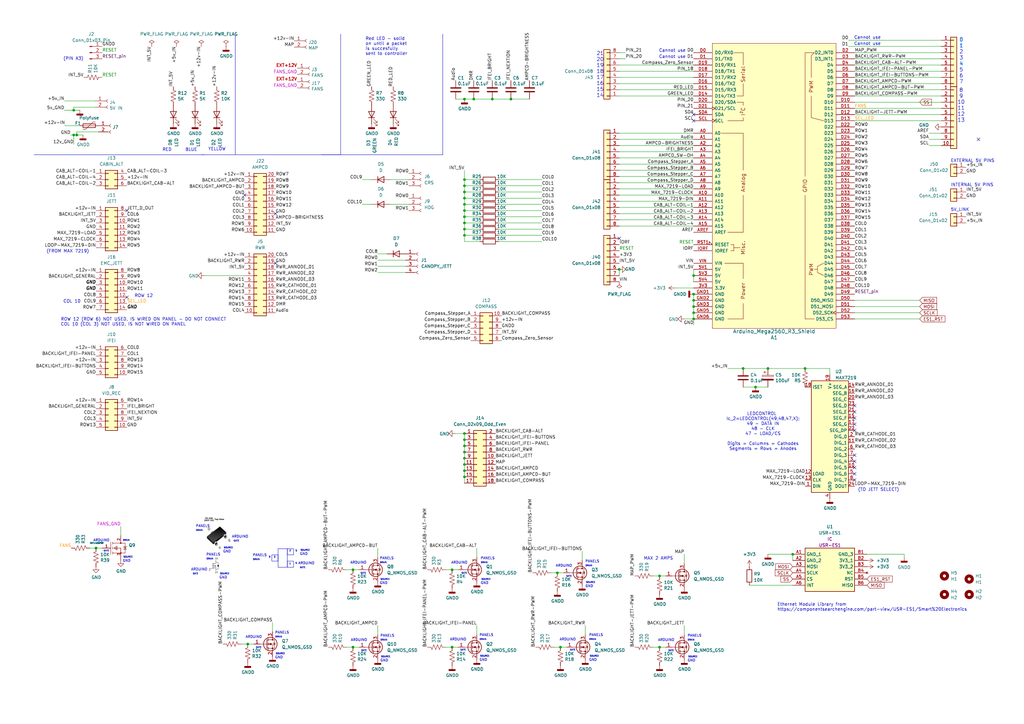
<source format=kicad_sch>
(kicad_sch (version 20250114) (generator "eeschema") (generator_version "9.0")
  (paper "A3")
  (title_block (date "mar. 31 mars 2015"))
  (rectangle (start 120.396 232.664) (end 117.856 230.124))
  (rectangle (start 120.396 227.584) (end 117.856 225.044))
  (rectangle (start 114.046 230.124) (end 111.506 227.584))
  (rectangle (start 117.856 232.664) (end 114.046 225.044))
  (text "YELLOW" (at 85.344 61.976 0) (effects (font (size 1.27 1.27)) (justify left bottom)))
  (text "MAX 2 AMPS" (at 276.098 229.87 0) (effects (font (size 1.27 1.27)) (justify right bottom)))
  (text "ARDUINO" (at 129.032 231.14 0) (effects (font (size 1.016 1.016)) (justify right)))
  (text "SOURCE" (at 196.85 269.24 0) (effects (font (size 0.635 0.635)) (justify left)))
  (text "GATE" (at 78.994 235.458 0) (effects (font (size 0.635 0.635)) (justify left)))
  (text "G" (at 121.92 231.14 0) (effects (font (size 0.635 0.635)) (justify right)))
  (text "SOURCE" (at 197.358 237.744 0) (effects (font (size 0.635 0.635)) (justify left)))
  (text "2" (at 119.38 226.06 0) (effects (font (size 0.635 0.635)) (justify right)))
  (text "COL 10 (COL 3) NOT USED, IS NOT WIRED ON PANEL" (at 24.892 133.858 0) (effects (font (size 1.27 1.27)) (justify left bottom)))
  (text "PANELS" (at 118.618 259.588 0) (effects (font (size 1.016 1.016)) (justify right)))
  (text "BLUE" (at 75.946 62.23 0) (effects (font (size 1.27 1.27)) (justify left bottom)))
  (text "PANELS" (at 247.396 260.604 0) (effects (font (size 1.016 1.016)) (justify right)))
  (text "PANELS" (at 90.424 227.584 0) (effects (font (size 1.016 1.016)) (justify right)))
  (text "ARDUINO" (at 101.854 220.218 0) (effects (font (size 1.016 1.016)) (justify right)))
  (text "INTERNAL 5V PINS" (at 389.89 76.708 0) (effects (font (size 1.27 1.27)) (justify left bottom)))
  (text "GND" (at 159.004 239.268 0) (effects (font (size 1.016 1.016)) (justify right)))
  (text "SOURCE" (at 123.19 225.806 0) (effects (font (size 0.635 0.635)) (justify left)))
  (text "GND" (at 93.218 236.982 0) (effects (font (size 1.016 1.016)) (justify right)))
  (text "Ethernet Module Library from \nhttps://componentsearchengine.com/part-view/USR-ES1/Smart%20Electronics" (at 318.77 250.825 0) (effects (font (size 1.27 1.27)) (justify left bottom)))
  (text "ARDUINO" (at 276.606 262.636 0) (effects (font (size 1.016 1.016)) (justify right)))
  (text "PANELS" (at 245.872 230.378 0) (effects (font (size 1.016 1.016)) (justify right)))
  (text "SOURCE" (at 156.21 269.494 0) (effects (font (size 0.635 0.635)) (justify left)))
  (text "LEDCONTROL \nIc_2=LEDCONTROL(49,48,47,X);\n49 - DATA IN\n48 - CLK\n47 - LOAD/CS\n\nDigits = Columns = Cathodes\nSegments = Rows = Anodes" (at 312.928 184.912 0) (effects (font (size 1.27 1.27)) (justify bottom)))
  (text "SOURCE" (at 155.956 237.744 0) (effects (font (size 0.635 0.635)) (justify left)))
  (text "GATE" (at 42.418 226.06 0) (effects (font (size 0.635 0.635)) (justify left)))
  (text "3" (at 113.03 228.6 0) (effects (font (size 0.635 0.635)) (justify right)))
  (text "DRAIN" (at 112.776 261.366 0) (effects (font (size 0.635 0.635)) (justify left)))
  (text "Cannot use" (at 270.256 21.59 0) (effects (font (size 1.27 1.27)) (justify left bottom)))
  (text "GND" (at 116.078 269.748 0) (effects (font (size 1.016 1.016)) (justify right)))
  (text "GATE" (at 233.68 266.7 0) (effects (font (size 0.635 0.635)) (justify left)))
  (text "ARDUINO" (at 234.696 232.156 0) (effects (font (size 1.016 1.016)) (justify right)))
  (text "RED" (at 66.548 62.23 0) (effects (font (size 1.27 1.27)) (justify left bottom)))
  (text "(PIN A3)" (at 25.908 24.892 0) (effects (font (size 1.27 1.27)) (justify left bottom)))
  (text "DRAIN" (at 240.03 232.156 0) (effects (font (size 0.635 0.635)) (justify left)))
  (text "Cannot use" (at 350.266 16.256 0) (effects (font (size 1.27 1.27)) (justify left bottom)))
  (text "SOURCE" (at 113.03 268.224 0) (effects (font (size 0.635 0.635)) (justify left)))
  (text "GND" (at 94.742 226.314 0) (effects (font (size 1.016 1.016)) (justify right)))
  (text "DRAIN" (at 155.702 230.886 0) (effects (font (size 0.635 0.635)) (justify left)))
  (text "ARDUINO" (at 44.958 221.742 0) (effects (font (size 1.016 1.016)) (justify right)))
  (text "ROW 12" (at 55.118 122.174 0) (effects (font (size 1.27 1.27)) (justify left bottom)))
  (text "ARDUINO" (at 150.368 230.886 0) (effects (font (size 1.016 1.016)) (justify right)))
  (text "GND" (at 285.242 271.018 0) (effects (font (size 1.016 1.016)) (justify right)))
  (text "SOURCE" (at 241.808 269.24 0) (effects (font (size 0.635 0.635)) (justify left)))
  (text "0\n1\n2\n3\n4\n5\n6\n7" (at 393.446 34.544 0) (effects (font (size 1.524 1.524)) (justify left bottom)))
  (text "GATE" (at 232.156 236.474 0) (effects (font (size 0.635 0.635)) (justify left)))
  (text "GATE" (at 148.082 266.954 0) (effects (font (size 0.635 0.635)) (justify left)))
  (text "PANELS" (at 86.106 215.9 0) (effects (font (size 1.016 1.016)) (justify right)))
  (text "PANELS" (at 287.782 260.858 0) (effects (font (size 1.016 1.016)) (justify right)))
  (text "Red LED - solid\non until a packet\nis succesfully \nsent to controller" (at 149.86 22.86 0) (effects (font (size 1.27 1.27)) (justify left bottom)))
  (text "PANELS" (at 109.474 227.838 0) (effects (font (size 1.016 1.016)) (justify right)))
  (text "PANELS" (at 202.946 229.108 0) (effects (font (size 1.016 1.016)) (justify right)))
  (text "GATE" (at 122.936 232.918 0) (effects (font (size 0.635 0.635)) (justify left)))
  (text "DRAIN" (at 84.582 229.362 0) (effects (font (size 0.635 0.635)) (justify left)))
  (text "ARDUINO" (at 150.622 262.636 0) (effects (font (size 1.016 1.016)) (justify right)))
  (text "GND" (at 199.898 270.764 0) (effects (font (size 1.016 1.016)) (justify right)))
  (text "GATE" (at 104.902 265.684 0) (effects (font (size 0.635 0.635)) (justify left)))
  (text "GATE" (at 95.758 221.996 0) (effects (font (size 0.635 0.635)) (justify left)))
  (text "DRAIN" (at 197.104 230.886 0) (effects (font (size 0.635 0.635)) (justify left)))
  (text "(FROM MAX 7219)" (at 36.576 103.886 0) (effects (font (size 1.27 1.27)) (justify right bottom)))
  (text "1" (at 119.38 231.394 0) (effects (font (size 0.635 0.635)) (justify right)))
  (text "SOURCE" (at 50.546 228.6 0) (effects (font (size 0.635 0.635)) (justify left)))
  (text "GND" (at 53.594 230.124 0) (effects (font (size 1.016 1.016)) (justify right)))
  (text "ARDUINO" (at 85.09 233.68 0) (effects (font (size 1.016 1.016)) (justify right)))
  (text "GATE" (at 188.722 266.7 0) (effects (font (size 0.635 0.635)) (justify left)))
  (text "X" (at 394.97 19.558 0) (effects (font (size 1.27 1.27)) (justify right bottom)))
  (text "5V_LINK" (at 389.89 86.868 0) (effects (font (size 1.27 1.27)) (justify left bottom)))
  (text "ARDUINO" (at 107.442 261.366 0) (effects (font (size 1.016 1.016)) (justify right)))
  (text "SOURCE" (at 240.284 239.014 0) (effects (font (size 0.635 0.635)) (justify left)))
  (text "SOURCE" (at 282.194 269.494 0) (effects (font (size 0.635 0.635)) (justify left)))
  (text "Cannot use" (at 350.266 18.796 0) (effects (font (size 1.27 1.27)) (justify left bottom)))
  (text "ROW 12 (ROW 6) NOT USED, IS WIRED ON PANEL - DO NOT CONNECT" (at 24.892 131.826 0) (effects (font (size 1.27 1.27)) (justify left bottom)))
  (text "PANELS" (at 161.544 229.108 0) (effects (font (size 1.016 1.016)) (justify right)))
  (text "DRAIN" (at 196.596 262.382 0) (effects (font (size 0.635 0.635)) (justify left)))
  (text "GND" (at 244.856 270.764 0) (effects (font (size 1.016 1.016)) (justify right)))
  (text "Cannot use" (at 270.256 24.13 0) (effects (font (size 1.27 1.27)) (justify left bottom)))
  (text "GATE" (at 274.066 266.954 0) (effects (font (size 0.635 0.635)) (justify left)))
  (text "X" (at 394.97 17.018 0) (effects (font (size 1.27 1.27)) (justify right bottom)))
  (text "DRAIN" (at 241.554 262.382 0) (effects (font (size 0.635 0.635)) (justify left)))
  (text "PANELS" (at 202.438 260.604 0) (effects (font (size 1.016 1.016)) (justify right)))
  (text "GATE" (at 147.828 235.204 0) (effects (font (size 0.635 0.635)) (justify left)))
  (text "ARDUINO" (at 236.22 262.382 0) (effects (font (size 1.016 1.016)) (justify right)))
  (text "S" (at 121.92 226.06 0) (effects (font (size 0.635 0.635)) (justify right)))
  (text "GND" (at 159.258 271.018 0) (effects (font (size 1.016 1.016)) (justify right)))
  (text "GND" (at 126.238 227.33 0) (effects (font (size 1.016 1.016)) (justify right)))
  (text "ARDUINO" (at 191.77 230.886 0) (effects (font (size 1.016 1.016)) (justify right)))
  (text "GATE" (at 189.23 235.204 0) (effects (font (size 0.635 0.635)) (justify left)))
  (text "GND" (at 243.332 240.538 0) (effects (font (size 1.016 1.016)) (justify right)))
  (text "21\n20\n19\n18\n17\n16\n15\n14" (at 244.602 40.132 0) (effects (font (size 1.524 1.524)) (justify left bottom)))
  (text "DRAIN" (at 281.94 262.636 0) (effects (font (size 0.635 0.635)) (justify left)))
  (text "GND" (at 200.406 239.268 0) (effects (font (size 1.016 1.016)) (justify right)))
  (text "ARDUINO" (at 191.262 262.382 0) (effects (font (size 1.016 1.016)) (justify right)))
  (text "SOURCE" (at 91.694 224.79 0) (effects (font (size 0.635 0.635)) (justify left)))
  (text "DRAIN" (at 50.292 221.742 0) (effects (font (size 0.635 0.635)) (justify left)))
  (text "SOURCE" (at 90.17 235.458 0) (effects (font (size 0.635 0.635)) (justify left)))
  (text "COL 10" (at 25.908 124.46 0) (effects (font (size 1.27 1.27)) (justify left bottom)))
  (text "(TO JETT SELECT)" (at 368.808 201.676 0) (effects (font (size 1.27 1.27)) (justify right bottom)))
  (text "EXTERNAL 5V PINS" (at 389.89 66.802 0) (effects (font (size 1.27 1.27)) (justify left bottom)))
  (text "X" (at 393.7 27.178 0) (effects (font (size 1.27 1.27)) (justify left bottom)))
  (text "8\n9\n10\n11\n12\n13\n" (at 394.208 50.292 0) (effects (font (size 1.524 1.524)) (justify bottom)))
  (text "DRAIN" (at 155.956 262.636 0) (effects (font (size 0.635 0.635)) (justify left)))
  (text "PANELS" (at 161.798 260.858 0) (effects (font (size 1.016 1.016)) (justify right)))
  (text "D" (at 110.998 228.6 0) (effects (font (size 0.635 0.635)) (justify right)))
  (text "DRAIN" (at 103.632 229.616 0) (effects (font (size 0.635 0.635)) (justify left)))
  (text "DRAIN" (at 80.264 217.678 0) (effects (font (size 0.635 0.635)) (justify left)))
  (junction (at 185.42 265.43))
  (junction (at 190.5 88.9))
  (junction (at 144.78 265.43))
  (junction (at 190.5 182.88))
  (junction (at 190.5 40.64))
  (junction (at 284.48 120.65))
  (junction (at 284.48 125.73))
  (junction (at 270.51 236.22))
  (junction (at 144.78 233.68))
  (junction (at 330.2 151.13))
  (junction (at 190.5 86.36))
  (junction (at 190.5 195.58))
  (junction (at 190.5 91.44))
  (junction (at 31.496 55.372))
  (junction (at 209.55 40.64))
  (junction (at 284.48 130.81))
  (junction (at 30.226 55.372))
  (junction (at 228.6 234.95))
  (junction (at 190.5 96.52))
  (junction (at 30.226 45.212))
  (junction (at 304.8 151.13))
  (junction (at 284.48 128.27))
  (junction (at 201.93 40.64))
  (junction (at 190.5 193.04))
  (junction (at 190.5 83.82))
  (junction (at 190.5 73.66))
  (junction (at 190.5 187.96))
  (junction (at 194.31 40.64))
  (junction (at 314.96 151.13))
  (junction (at 185.42 233.68))
  (junction (at 270.51 265.43))
  (junction (at 325.12 227.33))
  (junction (at 190.5 177.8))
  (junction (at 190.5 78.74))
  (junction (at 190.5 185.42))
  (junction (at 254 110.49))
  (junction (at 309.88 158.75))
  (junction (at 229.87 265.43))
  (junction (at 284.48 123.19))
  (junction (at 190.5 93.98))
  (junction (at 284.48 113.03))
  (junction (at 39.37 224.79))
  (junction (at 190.5 180.34))
  (junction (at 101.6 264.16))
  (junction (at 190.5 190.5))
  (junction (at 190.5 81.28))
  (junction (at 190.5 76.2))
  (no_connect (at 350.52 173.99))
  (no_connect (at 52.07 86.36))
  (no_connect (at 401.32 57.15))
  (no_connect (at 350.52 166.37))
  (no_connect (at 350.52 196.85))
  (no_connect (at 350.52 189.23))
  (no_connect (at 254 97.79))
  (no_connect (at 52.07 121.92))
  (no_connect (at 350.52 168.91))
  (no_connect (at 113.03 107.95))
  (no_connect (at 284.48 46.99))
  (no_connect (at 284.48 49.53))
  (no_connect (at 350.52 171.45))
  (no_connect (at 100.33 80.01))
  (no_connect (at 350.52 191.77))
  (no_connect (at 350.52 194.31))
  (no_connect (at 350.52 176.53))
  (no_connect (at 350.52 186.69))
  (no_connect (at 113.03 87.63))
  (wire (pts (xy 350.52 39.37) (xy 386.08 39.37)))
  (polyline (pts (xy 139.7 63.5) (xy 139.7 13.97)))
  (wire (pts (xy 284.48 123.19) (xy 284.48 125.73)))
  (wire (pts (xy 160.02 83.82) (xy 167.64 83.82)))
  (wire (pts (xy 190.5 99.06) (xy 196.85 99.06)))
  (wire (pts (xy 350.52 34.29) (xy 386.08 34.29)))
  (wire (pts (xy 330.2 151.13) (xy 340.36 151.13)))
  (wire (pts (xy 254 31.75) (xy 284.48 31.75)))
  (wire (pts (xy 195.58 256.54) (xy 195.58 260.35)))
  (wire (pts (xy 254 87.63) (xy 284.48 87.63)))
  (wire (pts (xy 154.94 224.79) (xy 154.94 228.6)))
  (wire (pts (xy 190.5 91.44) (xy 190.5 93.98)))
  (wire (pts (xy 196.85 78.74) (xy 190.5 78.74)))
  (polyline (pts (xy 82.55 63.5) (xy 139.7 63.5)))
  (wire (pts (xy 350.52 49.53) (xy 386.08 49.53)))
  (wire (pts (xy 190.5 195.58) (xy 190.5 193.04)))
  (wire (pts (xy 196.85 81.28) (xy 190.5 81.28)))
  (wire (pts (xy 350.52 41.91) (xy 386.08 41.91)))
  (wire (pts (xy 36.83 224.79) (xy 39.37 224.79)))
  (wire (pts (xy 254 62.23) (xy 284.48 62.23)))
  (wire (pts (xy 142.24 233.68) (xy 144.78 233.68)))
  (wire (pts (xy 26.67 51.308) (xy 26.67 51.562)))
  (wire (pts (xy 148.59 73.66) (xy 152.4 73.66)))
  (wire (pts (xy 196.85 93.98) (xy 190.5 93.98)))
  (wire (pts (xy 254 34.29) (xy 284.48 34.29)))
  (wire (pts (xy 238.76 226.06) (xy 238.76 229.87)))
  (wire (pts (xy 196.85 73.66) (xy 190.5 73.66)))
  (wire (pts (xy 304.8 151.13) (xy 314.96 151.13)))
  (wire (pts (xy 284.48 110.49) (xy 284.48 113.03)))
  (wire (pts (xy 280.67 130.81) (xy 284.48 130.81)))
  (wire (pts (xy 222.25 76.2) (xy 204.47 76.2)))
  (wire (pts (xy 314.96 151.13) (xy 330.2 151.13)))
  (wire (pts (xy 190.5 73.66) (xy 190.5 76.2)))
  (wire (pts (xy 30.226 43.942) (xy 30.226 45.212)))
  (wire (pts (xy 39.116 43.942) (xy 30.226 43.942)))
  (wire (pts (xy 227.33 265.43) (xy 229.87 265.43)))
  (wire (pts (xy 381 57.15) (xy 386.08 57.15)))
  (wire (pts (xy 254 57.15) (xy 284.48 57.15)))
  (wire (pts (xy 83.82 113.03) (xy 100.33 113.03)))
  (polyline (pts (xy 131.826 63.5) (xy 181.61 63.5)))
  (wire (pts (xy 254 77.47) (xy 284.48 77.47)))
  (wire (pts (xy 222.25 93.98) (xy 204.47 93.98)))
  (wire (pts (xy 350.52 29.21) (xy 386.08 29.21)))
  (wire (pts (xy 377.19 123.19) (xy 350.52 123.19)))
  (wire (pts (xy 190.5 96.52) (xy 190.5 99.06)))
  (wire (pts (xy 31.496 55.372) (xy 34.036 55.372)))
  (wire (pts (xy 254 59.69) (xy 284.48 59.69)))
  (wire (pts (xy 222.25 91.44) (xy 204.47 91.44)))
  (wire (pts (xy 270.51 265.43) (xy 273.05 265.43)))
  (wire (pts (xy 256.54 21.59) (xy 254 21.59)))
  (wire (pts (xy 284.48 133.35) (xy 284.48 130.81)))
  (wire (pts (xy 381 54.61) (xy 386.08 54.61)))
  (wire (pts (xy 254 39.37) (xy 284.48 39.37)))
  (wire (pts (xy 190.5 76.2) (xy 190.5 78.74)))
  (wire (pts (xy 254 110.49) (xy 254 113.03)))
  (wire (pts (xy 254 67.31) (xy 284.48 67.31)))
  (wire (pts (xy 222.25 88.9) (xy 204.47 88.9)))
  (wire (pts (xy 284.48 125.73) (xy 284.48 128.27)))
  (wire (pts (xy 194.31 40.64) (xy 201.93 40.64)))
  (wire (pts (xy 347.98 19.05) (xy 386.08 19.05)))
  (wire (pts (xy 229.87 265.43) (xy 232.41 265.43)))
  (wire (pts (xy 270.51 236.22) (xy 273.05 236.22)))
  (wire (pts (xy 350.52 21.59) (xy 386.08 21.59)))
  (wire (pts (xy 182.88 265.43) (xy 185.42 265.43)))
  (wire (pts (xy 154.94 111.76) (xy 166.37 111.76)))
  (wire (pts (xy 39.37 224.79) (xy 41.91 224.79)))
  (wire (pts (xy 284.48 128.27) (xy 284.48 130.81)))
  (wire (pts (xy 254 72.39) (xy 284.48 72.39)))
  (wire (pts (xy 254 24.13) (xy 256.54 24.13)))
  (wire (pts (xy 377.19 125.73) (xy 350.52 125.73)))
  (wire (pts (xy 196.85 91.44) (xy 190.5 91.44)))
  (wire (pts (xy 350.52 31.75) (xy 386.08 31.75)))
  (wire (pts (xy 309.88 158.75) (xy 314.96 158.75)))
  (wire (pts (xy 254 64.77) (xy 284.48 64.77)))
  (wire (pts (xy 284.48 120.65) (xy 284.48 123.19)))
  (wire (pts (xy 196.85 83.82) (xy 190.5 83.82)))
  (wire (pts (xy 254 69.85) (xy 284.48 69.85)))
  (wire (pts (xy 101.6 264.16) (xy 104.14 264.16)))
  (wire (pts (xy 240.03 256.54) (xy 240.03 260.35)))
  (wire (pts (xy 280.67 256.54) (xy 280.67 260.35)))
  (wire (pts (xy 254 85.09) (xy 284.48 85.09)))
  (wire (pts (xy 370.84 227.33) (xy 370.84 228.6)))
  (wire (pts (xy 30.226 45.212) (xy 32.766 45.212)))
  (wire (pts (xy 284.48 113.03) (xy 284.48 115.57)))
  (polyline (pts (xy 139.7 63.5) (xy 131.826 63.5)))
  (wire (pts (xy 222.25 96.52) (xy 204.47 96.52)))
  (wire (pts (xy 190.5 93.98) (xy 190.5 96.52)))
  (wire (pts (xy 154.94 256.54) (xy 154.94 260.35)))
  (wire (pts (xy 347.98 16.51) (xy 386.08 16.51)))
  (wire (pts (xy 350.52 46.99) (xy 386.08 46.99)))
  (wire (pts (xy 307.34 240.03) (xy 325.12 240.03)))
  (wire (pts (xy 350.52 36.83) (xy 386.08 36.83)))
  (wire (pts (xy 222.25 73.66) (xy 204.47 73.66)))
  (wire (pts (xy 185.42 233.68) (xy 187.96 233.68)))
  (wire (pts (xy 222.25 78.74) (xy 204.47 78.74)))
  (wire (pts (xy 160.02 73.66) (xy 167.64 73.66)))
  (wire (pts (xy 222.25 86.36) (xy 204.47 86.36)))
  (wire (pts (xy 228.6 234.95) (xy 231.14 234.95)))
  (wire (pts (xy 314.96 227.33) (xy 325.12 227.33)))
  (wire (pts (xy 190.5 83.82) (xy 190.5 86.36)))
  (wire (pts (xy 196.85 96.52) (xy 190.5 96.52)))
  (wire (pts (xy 222.25 83.82) (xy 204.47 83.82)))
  (wire (pts (xy 280.67 227.33) (xy 280.67 231.14)))
  (wire (pts (xy 190.5 185.42) (xy 190.5 187.96)))
  (wire (pts (xy 254 54.61) (xy 284.48 54.61)))
  (wire (pts (xy 196.85 86.36) (xy 190.5 86.36)))
  (polyline (pts (xy 13.97 63.5) (xy 83.82 63.5)))
  (wire (pts (xy 377.19 130.81) (xy 350.52 130.81)))
  (wire (pts (xy 254 26.67) (xy 284.48 26.67)))
  (wire (pts (xy 254 74.93) (xy 284.48 74.93)))
  (wire (pts (xy 254 92.71) (xy 284.48 92.71)))
  (wire (pts (xy 154.94 109.22) (xy 166.37 109.22)))
  (wire (pts (xy 276.86 118.11) (xy 284.48 118.11)))
  (polyline (pts (xy 181.61 63.5) (xy 181.61 13.97)))
  (wire (pts (xy 190.5 86.36) (xy 190.5 88.9)))
  (wire (pts (xy 267.97 265.43) (xy 270.51 265.43)))
  (wire (pts (xy 190.5 180.34) (xy 190.5 182.88)))
  (wire (pts (xy 185.42 265.43) (xy 187.96 265.43)))
  (wire (pts (xy 226.06 234.95) (xy 228.6 234.95)))
  (wire (pts (xy 26.67 51.562) (xy 32.766 51.562)))
  (wire (pts (xy 254 90.17) (xy 284.48 90.17)))
  (wire (pts (xy 304.8 158.75) (xy 309.88 158.75)))
  (wire (pts (xy 201.93 40.64) (xy 209.55 40.64)))
  (wire (pts (xy 154.94 104.14) (xy 158.75 104.14)))
  (wire (pts (xy 254 29.21) (xy 284.48 29.21)))
  (wire (pts (xy 30.226 55.372) (xy 30.226 59.182)))
  (wire (pts (xy 190.5 88.9) (xy 190.5 91.44)))
  (wire (pts (xy 111.76 255.27) (xy 111.76 259.08)))
  (wire (pts (xy 182.88 233.68) (xy 185.42 233.68)))
  (wire (pts (xy 222.25 99.06) (xy 204.47 99.06)))
  (wire (pts (xy 254 80.01) (xy 284.48 80.01)))
  (wire (pts (xy 190.5 78.74) (xy 190.5 81.28)))
  (wire (pts (xy 350.52 24.13) (xy 386.08 24.13)))
  (wire (pts (xy 148.59 83.82) (xy 152.4 83.82)))
  (wire (pts (xy 254 36.83) (xy 284.48 36.83)))
  (wire (pts (xy 190.5 182.88) (xy 190.5 185.42)))
  (wire (pts (xy 142.24 265.43) (xy 144.78 265.43)))
  (wire (pts (xy 254 82.55) (xy 284.48 82.55)))
  (wire (pts (xy 190.5 190.5) (xy 190.5 193.04)))
  (wire (pts (xy 190.5 69.85) (xy 190.5 73.66)))
  (wire (pts (xy 196.85 76.2) (xy 190.5 76.2)))
  (wire (pts (xy 154.94 106.68) (xy 166.37 106.68)))
  (wire (pts (xy 196.85 88.9) (xy 190.5 88.9)))
  (wire (pts (xy 355.6 227.33) (xy 370.84 227.33)))
  (wire (pts (xy 325.12 227.33) (xy 325.12 229.87)))
  (wire (pts (xy 144.78 265.43) (xy 147.32 265.43)))
  (wire (pts (xy 350.52 44.45) (xy 386.08 44.45)))
  (wire (pts (xy 26.416 41.402) (xy 39.116 41.402)))
  (wire (pts (xy 298.45 151.13) (xy 304.8 151.13)))
  (wire (pts (xy 190.5 198.12) (xy 190.5 195.58)))
  (wire (pts (xy 30.226 55.372) (xy 31.496 55.372)))
  (wire (pts (xy 267.97 236.22) (xy 270.51 236.22)))
  (polyline (pts (xy 96.52 63.5) (xy 96.52 13.97)))
  (wire (pts (xy 190.5 187.96) (xy 190.5 190.5)))
  (wire (pts (xy 190.5 81.28) (xy 190.5 83.82)))
  (wire (pts (xy 222.25 81.28) (xy 204.47 81.28)))
  (wire (pts (xy 26.416 45.212) (xy 30.226 45.212)))
  (wire (pts (xy 186.944 40.64) (xy 190.5 40.64)))
  (wire (pts (xy 31.496 54.102) (xy 31.496 55.372)))
  (wire (pts (xy 28.956 55.372) (xy 30.226 55.372)))
  (wire (pts (xy 190.5 40.64) (xy 194.31 40.64)))
  (wire (pts (xy 99.06 264.16) (xy 101.6 264.16)))
  (wire (pts (xy 186.69 177.8) (xy 190.5 177.8)))
  (wire (pts (xy 340.36 153.67) (xy 340.36 151.13)))
  (wire (pts (xy 377.19 128.27) (xy 350.52 128.27)))
  (wire (pts (xy 144.78 233.68) (xy 147.32 233.68)))
  (wire (pts (xy 209.55 40.64) (xy 217.17 40.64)))
  (wire (pts (xy 381 59.69) (xy 386.08 59.69)))
  (wire (pts (xy 190.5 177.8) (xy 190.5 180.34)))
  (wire (pts (xy 350.52 26.67) (xy 386.08 26.67)))
  (wire (pts (xy 195.58 224.79) (xy 195.58 228.6)))
  (wire (pts (xy 40.386 54.102) (xy 31.496 54.102)))
  (wire (pts (xy 49.53 215.9) (xy 49.53 219.71)))
  (image (at 90.17 223.52) (scale 0.280527))
  (label "+12v-IN" (at 39.37 111.76 180))
  (label "BACKLIGHT-JETT-PWM" (at 350.52 46.99 0))
  (label "MAX_7219-LOAD" (at 330.2 194.31 180))
  (label "RWR_ANNODE_03" (at 350.52 163.83 0))
  (label "IORF" (at 254 100.33 0))
  (label "COL9" (at 148.59 73.66 180))
  (label "VIN" (at 284.48 107.95 180))
  (label "COL4" (at 100.33 128.27 180))
  (label "RWR_CATHODE_03" (at 113.03 123.19 0))
  (label "DMR" (at 194.31 33.02 90))
  (label "COL9" (at 222.25 96.52 0))
  (label "CAB_ALT-COIL-3" (at 284.48 90.17 180))
  (label "Compass_Zero_Sensor" (at 284.48 26.67 180))
  (label "BACKLIGHT_CAB-ALT" (at 203.2 177.8 0))
  (label "ROW14" (at 350.52 87.63 0))
  (label "GND" (at 52.07 175.26 0))
  (label "PIN_20" (at 256.54 24.13 0))
  (label "RED_LED" (at 284.48 36.83 180))
  (label "CAB_ALT-COIL-1" (at 39.37 71.12 180))
  (label "+12v-IN" (at 39.37 86.36 180))
  (label "COL7" (at 350.52 110.49 0))
  (label "ROW15" (at 100.33 125.73 180))
  (label "Compass_Stepper_D" (at 284.48 74.93 180))
  (label "GND" (at 28.956 55.372 180))
  (label "ROW3" (at 350.52 59.69 0))
  (label "BACKLIGHT_RWR-PWM" (at 219.71 265.43 90))
  (label "EXT+12V" (at 121.92 27.94 180) (effects (font (thickness 0.254) (bold yes))))
  (label "PIN_21" (at 284.48 44.45 180))
  (label "CAB_ALT-COIL-4" (at 284.48 92.71 180))
  (label "INT_5V" (at 254 107.95 0))
  (label "BACKLIGHT_IFEI-PANEL" (at 39.37 146.05 180))
  (label "JETT_D_OUT" (at 52.07 86.36 0))
  (label "ROW13" (at 350.52 85.09 0))
  (label "GND" (at 113.03 107.95 0))
  (label "INT_5V" (at 71.12 35.56 90))
  (label "CAB_ALT-COIL-3" (at 52.07 71.12 0))
  (label "FANS_GND" (at 121.92 36.068 180))
  (label "INT_5V" (at 190.5 69.85 180))
  (label "D0" (at 284.48 21.59 180))
  (label "COL3" (at 350.52 100.33 0))
  (label "BACKLIGHT_IFEI-PANEL" (at 203.2 182.88 0))
  (label "COL5" (at 350.52 105.41 0))
  (label "DMR" (at 113.03 125.73 0))
  (label "ROW5" (at 100.33 92.71 180))
  (label "BACKLIGHT_AMPCD-BUT" (at 154.94 224.79 180))
  (label "ROW6" (at 350.52 67.31 0))
  (label "BACKLIGHT_IFEI-BUTTONS" (at 39.37 151.13 180))
  (label "+12v-IN" (at 100.33 72.39 180))
  (label "BACKLIGHT_COMPASS" (at 111.76 255.27 180))
  (label "INT_5V" (at 34.29 31.75 180))
  (label "SDA" (at 284.48 46.99 180))
  (label "+5v_IN" (at 396.24 68.58 0))
  (label "ROW1" (at 167.64 76.2 180))
  (label "ROW10" (at 52.07 116.84 0))
  (label "BACKLIGHT_JETT" (at 203.2 187.96 0))
  (label "COL10" (at 350.52 118.11 0))
  (label "VIN" (at 254 115.57 0))
  (label "Compass_Stepper_B" (at 284.48 69.85 180))
  (label "ROW11" (at 113.03 82.55 0))
  (label "PIN_21" (at 256.54 21.59 0))
  (label "ROW8" (at 52.07 111.76 0))
  (label "COL8" (at 39.37 121.92 180))
  (label "ROW8" (at 113.03 74.93 0))
  (label "CAB_ALT-COIL-1" (at 284.48 85.09 180))
  (label "BACKLIGHT_COMPASS-PWM" (at 91.44 264.16 90))
  (label "AMPCD-BRIGHTNESS" (at 284.48 59.69 180))
  (label "ROW15" (at 350.52 90.17 0))
  (label "+5v_IN" (at 26.416 41.402 180))
  (label "COL10" (at 222.25 99.06 0))
  (label "ROW2" (at 154.94 111.76 180))
  (label "MAP" (at 203.2 190.5 0))
  (label "ROW0" (at 167.64 71.12 180))
  (label "MAX_7219-CLOCK" (at 39.37 99.06 180))
  (label "ROW12" (at 350.52 82.55 0))
  (label "ROW14" (at 52.07 151.13 0))
  (label "+3V3" (at 254 105.41 0))
  (label "LOOP-MAX_7219-DIN" (at 350.52 199.39 0))
  (label "ROW12" (at 113.03 85.09 0))
  (label "SCL" (at 284.48 49.53 180))
  (label "GND" (at 100.33 80.01 180))
  (label "BACKLIGHT_COMPASS-PWM" (at 350.52 39.37 0))
  (label "COL7" (at 222.25 91.44 0))
  (label "MAX_7219-LOAD" (at 39.37 96.52 180))
  (label "COL6" (at 52.07 88.9 0))
  (label "CAB_ALT-COIL-2" (at 284.48 87.63 180))
  (label "SCL" (at 381 59.69 180))
  (label "BACKLIGHT_CAB-ALT-PWM" (at 350.52 26.67 0))
  (label "Compass_Zero_Sensor" (at 193.04 139.7 180))
  (label "AREF" (at 284.48 95.25 180))
  (label "BACKLIGHT_AMPCD-BUT" (at 203.2 195.58 0))
  (label "ROW0" (at 350.52 52.07 0))
  (label "COL1" (at 52.07 146.05 0))
  (label "PIN_20" (at 284.48 41.91 180))
  (label "MAX_7219-CLOCK" (at 284.48 80.01 180))
  (label "DMR" (at 284.48 54.61 180))
  (label "AMPCD_SW-OH" (at 284.48 64.77 180))
  (label "INT_5V" (at 205.74 137.16 0))
  (label "ROW7" (at 113.03 72.39 0))
  (label "BACKLIGHT_CAB-ALT" (at 195.58 224.79 180))
  (label "Compass_Stepper_B" (at 193.04 132.08 180))
  (label "ROW7" (at 39.37 127 180))
  (label "12v_GND" (at 30.226 59.182 180))
  (label "ROW10" (at 350.52 77.47 0))
  (label "Audio" (at 284.48 57.15 180))
  (label "BACKLIGHT_AMPCD" (at 100.33 74.93 180))
  (label "IORF" (at 284.48 102.87 180))
  (label "COL2" (at 100.33 87.63 180))
  (label "RESET_pin" (at 41.91 24.13 0))
  (label "+5v_IN" (at 72.39 19.05 270))
  (label "ROW11" (at 100.33 115.57 180))
  (label "+12v-IN" (at 26.67 51.308 180))
  (label "BACKLIGHT_JETT" (at 280.67 256.54 180))
  (label "RWR_ANNODE_01" (at 350.52 158.75 0))
  (label "ROW5" (at 52.07 101.6 0))
  (label "Compass_Stepper_A" (at 193.04 129.54 180))
  (label "BACKLIGHT_RWR" (at 100.33 107.95 180))
  (label "ROW11" (at 350.52 80.01 0))
  (label "INT_5V" (at 62.23 19.05 270))
  (label "ROW6" (at 100.33 95.25 180))
  (label "GND" (at 284.48 133.35 180))
  (label "RWR_ANNODE_02" (at 350.52 161.29 0))
  (label "ROW14" (at 100.33 123.19 180))
  (label "BACKLIGHT_AMPCD" (at 203.2 193.04 0))
  (label "COL1" (at 222.25 76.2 0))
  (label "GREEN_LED" (at 284.48 39.37 180))
  (label "Compass_Stepper_A" (at 284.48 67.31 180))
  (label "COL8" (at 350.52 113.03 0))
  (label "FANS" (at 350.52 44.45 0))
  (label "+12v-IN" (at 205.74 132.08 0))
  (label "FANS_GND" (at 49.53 215.9 180))
  (label "INT_5V" (at 396.24 88.9 0))
  (label "ROW2" (at 52.07 93.98 0))
  (label "INT_5V" (at 100.33 110.49 180))
  (label "AREF" (at 381 54.61 180))
  (label "ROW9" (at 350.52 74.93 0))
  (label "COL0" (at 222.25 73.66 0))
  (label "BACKLIGHT_AMPCD-BUT" (at 100.33 77.47 180))
  (label "COL6" (at 350.52 107.95 0))
  (label "ROW11" (at 52.07 119.38 0))
  (label "INT_5V" (at 113.03 92.71 0))
  (label "BACKLIGHT_GENERAL" (at 39.37 167.64 180))
  (label "COL10" (at 148.59 83.82 180))
  (label "COL4" (at 222.25 83.82 0))
  (label "D1" (at 347.98 19.05 180))
  (label "D1" (at 284.48 24.13 180))
  (label "IFEI_BRIGHT" (at 201.93 33.02 90))
  (label "GNDD" (at 41.91 19.05 0))
  (label "INT_5V" (at 52.07 172.72 0))
  (label "ROW13" (at 100.33 120.65 180))
  (label "IFEI_NEXTION" (at 209.55 33.02 90))
  (label "BACKLIGHT_COMPASS" (at 203.2 198.12 0))
  (label "GND" (at 113.03 87.63 0))
  (label "Compass_Stepper_C" (at 193.04 134.62 180))
  (label "BACKLIGHT_IFEI-PANEL-PWM" (at 175.26 265.43 90))
  (label "+12v-IN" (at 39.37 148.59 180))
  (label "MAX_7219-LOAD" (at 284.48 77.47 180))
  (label "INT_5V" (at 396.24 78.74 0))
  (label "RWR_ANNODE_02" (at 113.03 113.03 0))
  (label "COL4" (at 350.52 102.87 0))
  (label "ROW7" (at 350.52 69.85 0))
  (label "RWR_CATHODE_02" (at 350.52 181.61 0))
  (label "ROW5" (at 350.52 64.77 0))
  (label "GND" (at 39.37 153.67 180))
  (label "BACKLIGHT_RWR" (at 203.2 185.42 0))
  (label "RWR_CATHODE_01" (at 350.52 179.07 0))
  (label "ROW1" (at 350.52 54.61 0))
  (label "CAB_ALT-COIL-4" (at 39.37 73.66 180))
  (label "BACKLIGHT_COMPASS" (at 205.74 129.54 0))
  (label "EXT+12V" (at 121.92 33.528 180) (effects (font (thickness 0.254) (bold yes))))
  (label "COL3" (at 222.25 81.28 0))
  (label "ROW4" (at 52.07 99.06 0))
  (label "GND" (at 52.07 127 0) (effects (font (thickness 0.254) (bold yes) (italic yes))))
  (label "ROW1" (at 167.64 86.36 180))
  (label "RWR_CATHODE_01" (at 113.03 118.11 0))
  (label "COL2" (at 350.52 97.79 0))
  (label "MAX_7219-DIN" (at 284.48 82.55 180))
  (label "IFEI_NEXTION" (at 52.07 170.18 0))
  (label "MAX_7219-CLOCK" (at 330.2 196.85 180))
  (label "MAP_PWM" (at 350.52 21.59 0))
  (label "COL3" (at 39.37 172.72 180))
  (label "GND" (at 396.24 81.28 0))
  (label "LOOP-MAX_7219-DIN" (at 39.37 101.6 180))
  (label "BACKLIGHT_AMPCD-BUT-PWM" (at 134.62 233.68 90))
  (label "COL5" (at 222.25 86.36 0))
  (label "D0" (at 347.98 16.51 180))
  (label "ROW14" (at 52.07 165.1 0))
  (label "+12v-IN" (at 120.65 16.764 180))
  (label "BACKLIGHT_GENERAL" (at 39.37 114.3 180))
  (label "5v_GND" (at 26.416 45.212 180))
  (label "ROW1" (at 154.94 109.22 180))
  (label "Compass_Stepper_D" (at 193.04 137.16 180))
  (label "BACKLIGHT_CAB-ALT" (at 52.07 76.2 0))
  (label "ROW3" (at 52.07 96.52 0))
  (label "IFEI_BRIGHT" (at 284.48 62.23 180))
  (label "ROW2" (at 350.52 57.15 0))
  (label "CAB_ALT-COIL-2" (at 39.37 76.2 180))
  (label "BACKLIGHT-JETT-PWM" (at 260.35 265.43 90))
  (label "GND" (at 39.37 116.84 180) (effects (font (thickness 0.254) (bold yes) (italic yes))))
  (label "SEL_LED" (at 350.52 49.53 0))
  (label "COL6" (at 222.25 88.9 0))
  (label "+5v_IN" (at 80.01 35.56 90))
  (label "FANS_GND" (at 121.92 30.48 180))
  (label "BACKLIGHT_IFEI-BUTTONS-PWM" (at 350.52 31.75 0))
  (label "ROW9" (at 52.07 114.3 0))
  (label "MAX_7219-DIN" (at 330.2 199.39 180))
  (label "COL8" (at 154.94 104.14 180))
  (label "BACKLIGHT_IFEI-BUTTONS-PWM" (at 218.44 234.95 90))
  (label "RWR_CATHODE_03" (at 350.52 184.15 0))
  (label "COL8" (at 222.25 93.98 0))
  (label "Audio" (at 186.944 33.02 90))
  (label "ROW0" (at 154.94 106.68 180))
  (label "SEL_LED" (at 52.07 124.46 0))
  (label "RWR_CATHODE_02" (at 113.03 120.65 0))
  (label "BACKLIGHT_AMPCD-BUT-PWM" (at 350.52 36.83 0))
  (label "COL9" (at 39.37 124.46 180))
  (label "BACKLIGHT_JETT" (at 39.37 88.9 180))
  (label "AMPCD-BRIGHTNESS" (at 217.17 33.02 90))
  (label "BACKLIGHT_IFEI-BUTTONS" (at 203.2 180.34 0))
  (label "+5v_IN" (at 298.45 151.13 180))
  (label "ROW0" (at 167.64 81.28 180))
  (label "Compass_Stepper_C" (at 284.48 72.39 180))
  (label "+5v_IN" (at 396.24 91.44 0))
  (label "BACKLIGHT_CAB-ALT-PWM" (at 175.26 233.68 90))
  (label "INT_5V" (at 284.48 110.49 180))
  (label "BACKLIGHT_IFEI-PANEL-PWM" (at 350.52 29.21 0))
  (label "BACKLIGHT_RWR" (at 240.03 256.54 180))
  (label "RESET" (at 41.91 21.59 0))
  (label "ROW10" (at 113.03 80.01 0))
  (label "Audio" (at 113.03 128.27 0))
  (label "ROW4" (at 350.52 62.23 0))
  (label "GND" (at 396.24 71.12 0))
  (label "ROW1" (at 52.07 91.44 0))
  (label "GREEN_LED" (at 152.4 35.56 90))
  (label "PIN_18" (at 284.48 29.21 180))
  (label "MAP" (at 120.65 19.304 180))
  (label "ROW9" (at 113.03 77.47 0))
  (label "RESET" (at 284.48 100.33 180))
  (label "IFEI_BRIGHT" (at 52.07 167.64 0))
  (label "MAP" (at 280.67 227.33 180))
  (label "ROW8" (at 350.52 72.39 0))
  (label "ROW13" (at 52.07 148.59 0))
  (label "+12v-IN" (at 52.07 73.66 0))
  (label "Compass_Zero_Sensor" (at 205.74 139.7 0))
  (label "RWR_ANNODE_03" (at 113.03 115.57 0))
  (label "+12v-IN" (at 100.33 105.41 180))
  (label "RESET" (at 254 102.87 0))
  (label "COL0" (at 100.33 82.55 180))
  (label "COL1" (at 100.33 85.09 180))
  (label "BACKLIGHT_AMPCD" (at 154.94 256.54 180))
  (label "SDA" (at 381 57.15 180))
  (label "COL2" (at 39.37 170.18 180))
  (label "COL5" (at 113.03 105.41 0))
  (label "COL1" (at 350.52 95.25 0))
  (label "ROW15" (at 52.07 153.67 0))
  (label "FANS" (at 29.21 224.79 180))
  (label "GND" (at 113.03 95.25 0))
  (label "BACKLIGHT_AMPCD-PWM" (at 134.62 265.43 90))
  (label "COL3" (at 100.33 90.17 180))
  (label "COL0" (at 52.07 143.51 0))
  (label "COL2" (at 222.25 78.74 0))
  (label "RESET_pin" (at 350.52 120.65 0))
  (label "RESET" (at 41.91 31.75 0))
  (label "+12v-IN" (at 88.9 35.56 90))
  (label "RWR_ANNODE_01" (at 113.03 110.49 0))
  (label "BACKLIGHT_IFEI-PANEL" (at 195.58 256.54 180))
  (label "BACKLIGHT_AMPCD-PWM" (at 350.52 34.29 0))
  (label "COL9" (at 350.52 115.57 0))
  (label "AMPCD-BRIGHTNESS" (at 113.03 90.17 0))
  (label "ROW13" (at 39.37 175.26 180))
  (label "GND" (at 39.37 93.98 180))
  (label "ROW12" (at 100.33 118.11 180))
  (label "+12v-IN" (at 39.37 143.51 180))
  (label "+12v-IN" (at 39.37 165.1 180))
  (label "GNDD" (at 205.74 134.62 0))
  (label "+12v-IN" (at 82.55 19.05 270))
  (label "BACKLIGHT_RWR-PWM" (at 350.52 24.13 0))
  (label "COL0" (at 350.52 92.71 0))
  (label "BACKLIGHT_IFEI-BUTTONS" (at 238.76 226.06 180))
  (label "RED_LED" (at 161.29 35.56 90))
  (label "GND" (at 39.37 119.38 180) (effects (font (thickness 0.254) (bold yes) (italic yes))))
  (label "INT_5V" (at 39.37 91.44 180))
  (label "MAP_PWM" (at 260.35 236.22 90))
  (global_label "SS" (shape input) (at 377.19 41.91 0) (property "Intersheetrefs" "${INTERSHEET_REFS}" (effects (hide yes))))
  (global_label "MISO" (shape input) (at 377.19 123.19 0) (property "Intersheetrefs" "${INTERSHEET_REFS}" (effects (hide yes))))
  (global_label "SCLK" (shape input) (at 377.19 128.27 0) (property "Intersheetrefs" "${INTERSHEET_REFS}" (effects (hide yes))))
  (global_label "SCLK" (shape input) (at 325.12 234.95 180) (property "Intersheetrefs" "${INTERSHEET_REFS}" (effects (hide yes))))
  (global_label "MISO" (shape input) (at 355.6 240.03 0) (property "Intersheetrefs" "${INTERSHEET_REFS}" (effects (hide yes))))
  (global_label "ES1_RST" (shape input) (at 377.19 130.81 0) (property "Intersheetrefs" "${INTERSHEET_REFS}" (effects (hide yes))))
  (global_label "ES1_RST" (shape input) (at 355.6 237.49 0) (property "Intersheetrefs" "${INTERSHEET_REFS}" (effects (hide yes))))
  (global_label "SS" (shape input) (at 325.12 237.49 180) (property "Intersheetrefs" "${INTERSHEET_REFS}" (effects (hide yes))))
  (global_label "MOSI" (shape input) (at 325.12 232.41 180) (property "Intersheetrefs" "${INTERSHEET_REFS}" (effects (hide yes))))
  (global_label "MOSI" (shape input) (at 377.19 125.73 0) (property "Intersheetrefs" "${INTERSHEET_REFS}" (effects (hide yes))))
  (symbol (lib_id "Connector_Generic:Conn_01x08") (at 248.92 62.23 0) (mirror y) (unit 1)
    (property "Reference" "J41" (at 246.38 62.2299 0) (effects (justify left)))
    (property "Value" "Conn_01x08" (at 246.38 64.7699 0) (effects (justify left)))
    (property "Footprint" "Connector_PinHeader_2.54mm:PinHeader_1x08_P2.54mm_Vertical" (effects (hide yes)))
    (property "Description" "Generic connector, single row, 01x08, script generated (kicad-library-utils/schlib/autogen/connector/)" (effects (hide yes)))
  )
  (symbol (lib_id "Device:C") (at 194.31 36.83 0) (unit 1)
    (property "Reference" "C2" (at 195.072 31.9786 0) (effects (justify left)))
    (property "Value" "0.1uF" (at 195.072 34.29 0) (effects (justify left)))
    (property "Footprint" "Capacitor_SMD:C_0805_2012Metric" (effects (hide yes)))
  )
  (symbol (lib_id "power:GNDD") (at 154.94 270.51 0) (unit 1)
    (property "Reference" "#PWR042" (effects (hide yes)))
    (property "Value" "GNDD" (at 155.0416 274.447 0))
  )
  (symbol (lib_id "Device:R_US") (at 228.6 238.76 0) (mirror x) (unit 1)
    (property "Reference" "R16" (at 230.3272 239.9284 0) (effects (justify left)))
    (property "Value" "10K" (at 230.3272 237.617 0) (effects (justify left)))
    (property "Footprint" "Resistor_SMD:R_0805_2012Metric" (effects (hide yes)))
  )
  (symbol (lib_id "Device:D") (at 156.21 83.82 0) (unit 1)
    (property "Reference" "D6" (at 156.21 77.47 0))
    (property "Value" "D" (at 156.21 80.01 0))
    (property "Footprint" "OZ-HORNET:D_0805_2012Metric" (effects (hide yes)))
    (property "Description" "Diode" (effects (hide yes)))
    (property "Sim.Device" "D" (effects (hide yes)))
    (property "Sim.Pins" "1=K 2=A" (effects (hide yes)))
  )
  (symbol (lib_id "Device:R_US") (at 138.43 233.68 270) (mirror x) (unit 1)
    (property "Reference" "R6" (at 139.5984 231.9528 0) (effects (justify left)))
    (property "Value" "330" (at 137.287 231.9528 0) (effects (justify left)))
    (property "Footprint" "Resistor_SMD:R_0805_2012Metric" (effects (hide yes)))
  )
  (symbol (lib_id "Device:R") (at 200.66 96.52 90) (unit 1)
    (property "Reference" "R37" (at 195.58 95.25 90))
    (property "Value" "10K" (at 205.74 95.25 90))
    (property "Footprint" "Resistor_SMD:R_0805_2012Metric" (effects (hide yes)))
  )
  (symbol (lib_id "power:+3V3") (at 355.6 229.87 270) (unit 1)
    (property "Reference" "#PWR018" (effects (hide yes)))
    (property "Value" "+3V3" (at 359.41 229.8699 90) (effects (justify left)))
  )
  (symbol (lib_id "Device:LED") (at 88.9 46.99 90) (unit 1)
    (property "Reference" "D2" (at 87.63 58.42 0))
    (property "Value" "LED" (at 90.17 58.42 0))
    (property "Footprint" "LED_SMD:LED_0805_2012Metric" (effects (hide yes)))
  )
  (symbol (lib_id "power:GNDD") (at 111.76 269.24 0) (unit 1)
    (property "Reference" "#PWR033" (effects (hide yes)))
    (property "Value" "GNDD" (at 111.8616 273.177 0))
  )
  (symbol (lib_id "Device:R") (at 200.66 86.36 90) (unit 1)
    (property "Reference" "R30" (at 195.58 85.09 90))
    (property "Value" "10K" (at 205.74 85.09 90))
    (property "Footprint" "Resistor_SMD:R_0805_2012Metric" (effects (hide yes)))
  )
  (symbol (lib_id "power:GNDD") (at 195.58 270.51 0) (unit 1)
    (property "Reference" "#PWR023" (effects (hide yes)))
    (property "Value" "GNDD" (at 195.6816 274.447 0))
  )
  (symbol (lib_id "power:GNDD") (at 154.94 238.76 0) (unit 1)
    (property "Reference" "#PWR041" (effects (hide yes)))
    (property "Value" "GNDD" (at 155.0416 242.697 0))
  )
  (symbol (lib_id "power:GNDD") (at 340.36 204.47 0) (unit 1)
    (property "Reference" "#PWR035" (effects (hide yes)))
    (property "Value" "GNDD" (at 340.4616 208.407 0))
  )
  (symbol (lib_id "Device:LED") (at 152.4 46.99 90) (unit 1)
    (property "Reference" "D3" (at 151.13 58.674 0))
    (property "Value" "GREEN" (at 153.67 59.69 0))
    (property "Footprint" "LED_SMD:LED_0805_2012Metric" (effects (hide yes)))
  )
  (symbol (lib_id "Device:R") (at 200.66 99.06 90) (unit 1)
    (property "Reference" "R38" (at 195.58 97.79 90))
    (property "Value" "10K" (at 205.74 97.79 90))
    (property "Footprint" "Resistor_SMD:R_0805_2012Metric" (effects (hide yes)))
  )
  (symbol (lib_id "Device:R_US") (at 144.78 237.49 0) (mirror x) (unit 1)
    (property "Reference" "R23" (at 146.5072 238.6584 0) (effects (justify left)))
    (property "Value" "10K" (at 146.5072 236.347 0) (effects (justify left)))
    (property "Footprint" "Resistor_SMD:R_0805_2012Metric" (effects (hide yes)))
  )
  (symbol (lib_id "Device:R_US") (at 95.25 264.16 270) (mirror x) (unit 1)
    (property "Reference" "R31" (at 96.4184 262.4328 0) (effects (justify left)))
    (property "Value" "330" (at 94.107 262.4328 0) (effects (justify left)))
    (property "Footprint" "Resistor_SMD:R_0805_2012Metric" (effects (hide yes)))
  )
  (symbol (lib_id "Device:R") (at 200.66 93.98 90) (unit 1)
    (property "Reference" "R36" (at 195.58 92.71 90))
    (property "Value" "10K" (at 205.74 92.71 90))
    (property "Footprint" "Resistor_SMD:R_0805_2012Metric" (effects (hide yes)))
  )
  (symbol (lib_id "Connector:Conn_01x02_Female") (at 127 27.94 0) (unit 1)
    (property "Reference" "J3" (at 127.7112 28.5496 0) (effects (justify left)))
    (property "Value" "FANS" (at 127.7112 30.861 0) (effects (justify left)))
    (property "Footprint" "Connector_Molex:Molex_KK-254_AE-6410-02A_1x02_P2.54mm_Vertical" (effects (hide yes)))
  )
  (symbol (lib_id "Device:R_US") (at 229.87 269.24 0) (mirror x) (unit 1)
    (property "Reference" "R18" (at 231.5972 270.4084 0) (effects (justify left)))
    (property "Value" "10K" (at 231.5972 268.097 0) (effects (justify left)))
    (property "Footprint" "Resistor_SMD:R_0805_2012Metric" (effects (hide yes)))
  )
  (symbol (lib_id "Device:R_US") (at 38.1 31.75 90) (unit 1)
    (property "Reference" "R11" (at 36.9316 30.0228 0) (effects (justify left)))
    (property "Value" "10K" (at 39.243 30.0228 0) (effects (justify left)))
    (property "Footprint" "Resistor_SMD:R_0805_2012Metric" (effects (hide yes)))
  )
  (symbol (lib_id "Device:R_US") (at 185.42 237.49 0) (mirror x) (unit 1)
    (property "Reference" "R4" (at 187.1472 238.6584 0) (effects (justify left)))
    (property "Value" "10K" (at 187.1472 236.347 0) (effects (justify left)))
    (property "Footprint" "Resistor_SMD:R_0805_2012Metric" (effects (hide yes)))
  )
  (symbol (lib_id "Connector:Conn_01x03_Pin") (at 36.83 21.59 0) (unit 1)
    (property "Reference" "J2" (at 37.465 13.97 0))
    (property "Value" "Conn_01x03_Pin" (at 37.465 16.51 0))
    (property "Footprint" "Connector_PinHeader_2.54mm:PinHeader_1x03_P2.54mm_Vertical" (effects (hide yes)))
    (property "Description" "Generic connector, single row, 01x03, script generated" (effects (hide yes)))
  )
  (symbol (lib_id "power:GNDD") (at 270.51 243.84 0) (unit 1)
    (property "Reference" "#PWR028" (effects (hide yes)))
    (property "Value" "GNDD" (at 270.6116 247.777 0))
  )
  (symbol (lib_id "Connector:Conn_01x02_Female") (at 127 33.528 0) (unit 1)
    (property "Reference" "J17" (at 127.7112 34.1376 0) (effects (justify left)))
    (property "Value" "FANS" (at 127.7112 36.449 0) (effects (justify left)))
    (property "Footprint" "Connector_Molex:Molex_KK-254_AE-6410-02A_1x02_P2.54mm_Vertical" (effects (hide yes)))
  )
  (symbol (lib_id "Device:R_US") (at 33.02 224.79 270) (mirror x) (unit 1)
    (property "Reference" "R33" (at 34.1884 223.0628 0) (effects (justify left)))
    (property "Value" "330" (at 31.877 223.0628 0) (effects (justify left)))
    (property "Footprint" "Resistor_SMD:R_0805_2012Metric" (effects (hide yes)))
  )
  (symbol (lib_id "Arduino_NW_Template-rescue:GND-power") (at 39.37 232.41 0) (unit 1)
    (property "Reference" "#PWR038" (effects (hide yes)))
    (property "Value" "GND" (at 39.497 236.8042 0))
  )
  (symbol (lib_id "power:PWR_FLAG") (at 254 115.57 180) (unit 1)
    (property "Reference" "#FLG05" (effects (hide yes)))
    (property "Value" "PWR_FLAG" (at 254 120.65 0))
    (property "Description" "Special symbol for telling ERC where power comes from" (effects (hide yes)))
  )
  (symbol (lib_id "Driver_LED:MAX7219") (at 340.36 179.07 0) (unit 1)
    (property "Reference" "U2" (at 342.5541 152.4 0) (effects (justify left)))
    (property "Value" "MAX7219" (at 342.5541 154.94 0) (effects (justify left)))
    (property "Footprint" "Package_DIP:DIP-24_W7.62mm_LongPads" (effects (hide yes)))
    (property "Datasheet" "https://datasheets.maximintegrated.com/en/ds/MAX7219-MAX7221.pdf" (effects (hide yes)))
    (property "Description" "8-Digit LED Display Driver" (effects (hide yes)))
  )
  (symbol (lib_id "Device:Polyfuse") (at 36.576 51.562 90) (unit 1)
    (property "Reference" "F1" (at 32.004 50.546 90))
    (property "Value" "Polyfuse" (at 36.576 48.3145 90))
    (property "Footprint" "Fuse:Fuse_1206_3216Metric" (effects (hide yes)))
    (property "Description" "Resettable fuse, polymeric positive temperature coefficient" (effects (hide yes)))
  )
  (symbol (lib_id "Device:CP") (at 314.96 154.94 0) (unit 1)
    (property "Reference" "C5" (at 317.9572 153.7716 0) (effects (justify left)))
    (property "Value" "100uF" (at 317.9572 156.083 0) (effects (justify left)))
    (property "Footprint" "Capacitor_SMD:C_1210_3225Metric" (effects (hide yes)))
  )
  (symbol (lib_id "power:GNDD") (at 190.5 40.64 0) (unit 1)
    (property "Reference" "#PWR013" (effects (hide yes)))
    (property "Value" "GNDD" (at 190.6016 44.577 0))
  )
  (symbol (lib_id "Device:LED") (at 161.29 46.99 90) (unit 1)
    (property "Reference" "D4" (at 160.02 58.42 0))
    (property "Value" "RED" (at 162.56 58.1025 0))
    (property "Footprint" "LED_SMD:LED_0805_2012Metric" (effects (hide yes)))
  )
  (symbol (lib_id "Device:Q_NMOS_GSD") (at 236.22 234.95 0) (unit 1)
    (property "Reference" "Q3" (at 242.57 233.6799 0) (effects (justify left)))
    (property "Value" "Q_NMOS_GSD" (at 242.57 236.2199 0) (effects (justify left)))
    (property "Footprint" "Package_TO_SOT_SMD:SOT-23" (effects (hide yes)))
    (property "Description" "N-MOSFET transistor, gate/source/drain" (effects (hide yes)))
  )
  (symbol (lib_id "power:GNDD") (at 238.76 240.03 0) (unit 1)
    (property "Reference" "#PWR025" (effects (hide yes)))
    (property "Value" "GNDD" (at 238.8616 243.967 0))
  )
  (symbol (lib_id "arduino-library:Arduino_Mega2560_R3_Shield") (at 317.5 76.2 0) (unit 1)
    (property "Reference" "A1" (at 317.5 138.43 0) (effects (font (size 1.524 1.524))))
    (property "Value" "Arduino_Mega2560_R3_Shield" (at 317.5 135.89 0) (effects (font (size 1.524 1.524))))
    (property "Footprint" "arduino-kicad-library-master:Arduino_Mega2560_R3_Shield" (effects (hide yes)))
    (property "Datasheet" "https://docs.arduino.cc/hardware/mega-2560" (effects (hide yes)))
    (property "Description" "Shield for Arduino Mega 2560 R3" (effects (hide yes)))
  )
  (symbol (lib_id "Device:R_US") (at 179.07 233.68 270) (mirror x) (unit 1)
    (property "Reference" "R3" (at 180.2384 231.9528 0) (effects (justify left)))
    (property "Value" "330" (at 177.927 231.9528 0) (effects (justify left)))
    (property "Footprint" "Resistor_SMD:R_0805_2012Metric" (effects (hide yes)))
  )
  (symbol (lib_id "Connector_Generic:Conn_02x05_Top_Bottom") (at 44.45 148.59 0) (unit 1)
    (property "Reference" "J10" (at 45.72 137.16 0))
    (property "Value" "IFEI" (at 45.72 139.7 0))
    (property "Footprint" "Connector_IDC:IDC-Header_2x05_P2.54mm_Vertical" (effects (hide yes)))
    (property "Description" "Generic connector, double row, 02x05, top/bottom pin numbering scheme (row 1: 1...pins_per_row, row2: pins_per_row+1 ... num_pins), script generated (kicad-library-utils/schlib/autogen/connector/)" (effects (hide yes)))
  )
  (symbol (lib_id "power:GNDD") (at 144.78 241.3 0) (unit 1)
    (property "Reference" "#PWR039" (effects (hide yes)))
    (property "Value" "GNDD" (at 144.8816 245.237 0))
  )
  (symbol (lib_id "Connector_Generic:Conn_01x10") (at 391.16 46.99 0) (unit 1)
    (property "Reference" "J45" (effects (hide yes)))
    (property "Value" "Conn_01x10" (effects (hide yes)))
    (property "Footprint" "Connector_PinHeader_2.54mm:PinHeader_1x10_P2.54mm_Vertical" (effects (hide yes)))
    (property "Description" "Generic connector, single row, 01x10, script generated (kicad-library-utils/schlib/autogen/connector/)" (effects (hide yes)))
  )
  (symbol (lib_id "Connector_Generic:Conn_01x08") (at 248.92 31.75 180) (unit 1)
    (property "Reference" "J43" (at 243.332 31.75 0) (effects (justify left)))
    (property "Value" "Conn_01x08" (at 243.332 29.21 0) (effects (justify left)))
    (property "Footprint" "Connector_PinHeader_2.54mm:PinHeader_1x08_P2.54mm_Vertical" (effects (hide yes)))
    (property "Description" "Generic connector, single row, 01x08, script generated (kicad-library-utils/schlib/autogen/connector/)" (effects (hide yes)))
  )
  (symbol (lib_id "Connector_Generic:Conn_02x09_Odd_Even") (at 195.58 187.96 0) (unit 1)
    (property "Reference" "J14" (at 196.85 171.45 0))
    (property "Value" "Conn_02x09_Odd_Even" (at 196.85 173.99 0))
    (property "Footprint" "Connector_PinHeader_2.54mm:PinHeader_2x09_P2.54mm_Vertical" (effects (hide yes)))
    (property "Description" "Generic connector, double row, 02x09, odd/even pin numbering scheme (row 1 odd numbers, row 2 even numbers), script generated (kicad-library-utils/schlib/autogen/connector/)" (effects (hide yes)))
  )
  (symbol (lib_id "power:GNDD") (at 152.4 50.8 0) (unit 1)
    (property "Reference" "#PWR014" (effects (hide yes)))
    (property "Value" "GNDD" (at 152.5016 54.737 0))
  )
  (symbol (lib_id "Device:C") (at 217.17 36.83 0) (unit 1)
    (property "Reference" "C7" (at 217.932 31.9786 0) (effects (justify left)))
    (property "Value" "0.1uF" (at 217.932 34.29 0) (effects (justify left)))
    (property "Footprint" "Capacitor_SMD:C_0805_2012Metric" (effects (hide yes)))
  )
  (symbol (lib_id "power:GNDD") (at 92.71 19.05 0) (unit 1)
    (property "Reference" "#PWR037" (effects (hide yes)))
    (property "Value" "GNDD" (at 92.8116 22.987 0))
  )
  (symbol (lib_id "power:GNDD") (at 228.6 242.57 0) (unit 1)
    (property "Reference" "#PWR024" (effects (hide yes)))
    (property "Value" "GNDD" (at 228.7016 246.507 0))
  )
  (symbol (lib_id "Connector_Generic:Conn_01x02") (at 391.16 68.58 0) (mirror y) (unit 1)
    (property "Reference" "J50" (at 383.032 67.31 0))
    (property "Value" "Conn_01x02" (at 383.032 69.85 0))
    (property "Footprint" "Connector_PinHeader_2.54mm:PinHeader_1x02_P2.54mm_Vertical" (effects (hide yes)))
    (property "Description" "Generic connector, single row, 01x02, script generated (kicad-library-utils/schlib/autogen/connector/)" (effects (hide yes)))
  )
  (symbol (lib_id "power:GNDD") (at 161.29 50.8 0) (unit 1)
    (property "Reference" "#PWR015" (effects (hide yes)))
    (property "Value" "GNDD" (at 161.3916 54.737 0))
  )
  (symbol (lib_id "power:PWR_FLAG") (at 72.39 19.05 0) (unit 1)
    (property "Reference" "#FLG02" (effects (hide yes)))
    (property "Value" "PWR_FLAG" (at 72.39 13.97 0))
    (property "Description" "Special symbol for telling ERC where power comes from" (effects (hide yes)))
  )
  (symbol (lib_id "Device:R_US") (at 270.51 269.24 0) (mirror x) (unit 1)
    (property "Reference" "R22" (at 272.2372 270.4084 0) (effects (justify left)))
    (property "Value" "10K" (at 272.2372 268.097 0) (effects (justify left)))
    (property "Footprint" "Resistor_SMD:R_0805_2012Metric" (effects (hide yes)))
  )
  (symbol (lib_id "power:GNDD") (at 280.67 270.51 0) (unit 1)
    (property "Reference" "#PWR031" (effects (hide yes)))
    (property "Value" "GNDD" (at 280.7716 274.447 0))
  )
  (symbol (lib_id "power:GNDD") (at 240.03 270.51 0) (unit 1)
    (property "Reference" "#PWR027" (effects (hide yes)))
    (property "Value" "GNDD" (at 240.1316 274.447 0))
  )
  (symbol (lib_id "power:GNDD") (at 270.51 273.05 0) (unit 1)
    (property "Reference" "#PWR01" (effects (hide yes)))
    (property "Value" "GNDD" (at 270.6116 276.987 0))
  )
  (symbol (lib_id "USR-ES1:USR-ES1") (at 325.12 227.33 0) (unit 1)
    (property "Reference" "U1" (at 340.36 216.0164 0))
    (property "Value" "USR-ES1" (at 340.36 218.5533 0))
    (property "Footprint" "Library-OZ-HORNET:USRES1" (effects (hide yes)))
    (property "Reference_1" "IC" (at 340.36 221.0902 0))
    (property "Value_1" "USR-ES1" (at 340.36 223.6271 0))
    (property "Footprint_1" "USRES1" (effects (hide yes)))
    (property "Datasheet_1" "https://www.aliexpress.com/item/Free-Shipping-USR-ES1-W5500-Chip-New-SPI-to-LAN-Ethernet-Converter-TCP-IP-Mod/32714438223.html?spm=a2g0s.9042311.0.0.27424c4dBBEz2G" (effects (hide yes)))
    (property "Height" "3" (effects (hide yes)))
    (property "Manufacturer_Name" "Smart Electronics" (effects (hide yes)))
    (property "Manufacturer_Part_Number" "USR-ES1" (effects (hide yes)))
  )
  (symbol (lib_id "Mechanical:MountingHole") (at 397.51 237.49 0) (unit 1)
    (property "Reference" "H1" (at 400.05 236.2199 0) (effects (justify left)))
    (property "Value" "H1" (at 400.05 238.7599 0) (effects (justify left)))
    (property "Footprint" "MountingHole:MountingHole_2.5mm" (effects (hide yes)))
  )
  (symbol (lib_id "Device:R") (at 307.34 236.22 0) (unit 1)
    (property "Reference" "R9" (at 309.118 235.3853 0) (effects (justify left)))
    (property "Value" "10K" (at 309.118 237.9222 0) (effects (justify left)))
    (property "Footprint" "Resistor_SMD:R_0805_2012Metric" (effects (hide yes)))
  )
  (symbol (lib_id "Arduino_NW_Template-rescue:GND-power") (at 49.53 229.87 0) (unit 1)
    (property "Reference" "#PWR043" (effects (hide yes)))
    (property "Value" "GND" (at 49.657 234.2642 0))
  )
  (symbol (lib_id "Device:D") (at 156.21 73.66 0) (unit 1)
    (property "Reference" "D5" (at 156.21 67.31 0))
    (property "Value" "D" (at 156.21 69.85 0))
    (property "Footprint" "OZ-HORNET:D_0805_2012Metric" (effects (hide yes)))
    (property "Description" "Diode" (effects (hide yes)))
    (property "Sim.Device" "D" (effects (hide yes)))
    (property "Sim.Pins" "1=K 2=A" (effects (hide yes)))
  )
  (symbol (lib_id "Connector_Generic:Conn_02x05_Counter_Clockwise") (at 198.12 134.62 0) (unit 1)
    (property "Reference" "J12" (at 199.39 123.19 0))
    (property "Value" "COMPASS" (at 199.39 125.73 0))
    (property "Footprint" "Connector_IDC:IDC-Header_2x05_P2.54mm_Vertical" (effects (hide yes)))
    (property "Description" "Generic connector, double row, 02x05, counter clockwise pin numbering scheme (similar to DIP package numbering), script generated (kicad-library-utils/schlib/autogen/connector/)" (effects (hide yes)))
  )
  (symbol (lib_id "Arduino_NW_Template-rescue:GND-power") (at 280.67 130.81 270) (unit 1)
    (property "Reference" "#PWR020" (effects (hide yes)))
    (property "Value" "GND" (at 276.2758 130.937 90))
  )
  (symbol (lib_id "Mechanical:MountingHole") (at 387.35 243.84 0) (unit 1)
    (property "Reference" "H4" (at 389.89 242.5699 0) (effects (justify left)))
    (property "Value" "H2" (at 389.89 245.1099 0) (effects (justify left)))
    (property "Footprint" "MountingHole:MountingHole_2.5mm" (effects (hide yes)))
  )
  (symbol (lib_id "Device:Q_NMOS_GSD") (at 109.22 264.16 0) (unit 1)
    (property "Reference" "Q7" (at 115.57 262.8899 0) (effects (justify left)))
    (property "Value" "Q_NMOS_GSD" (at 115.57 265.4299 0) (effects (justify left)))
    (property "Footprint" "Package_TO_SOT_SMD:SOT-23" (effects (hide yes)))
    (property "Description" "N-MOSFET transistor, gate/source/drain" (effects (hide yes)))
  )
  (symbol (lib_id "Connector_Generic:Conn_02x10_Counter_Clockwise") (at 105.41 82.55 0) (unit 1)
    (property "Reference" "J22" (at 106.68 66.04 0))
    (property "Value" "AMPCD" (at 106.68 68.58 0))
    (property "Footprint" "Connector_IDC:IDC-Header_2x10_P2.54mm_Vertical" (effects (hide yes)))
    (property "Description" "Generic connector, double row, 02x10, counter clockwise pin numbering scheme (similar to DIP package numbering), script generated (kicad-library-utils/schlib/autogen/connector/)" (effects (hide yes)))
  )
  (symbol (lib_id "Device:Q_NMOS_GSD") (at 193.04 233.68 0) (unit 1)
    (property "Reference" "Q1" (at 199.39 232.4099 0) (effects (justify left)))
    (property "Value" "Q_NMOS_GSD" (at 199.39 234.9499 0) (effects (justify left)))
    (property "Footprint" "Package_TO_SOT_SMD:SOT-23" (effects (hide yes)))
    (property "Description" "N-MOSFET transistor, gate/source/drain" (effects (hide yes)))
  )
  (symbol (lib_id "Connector_Generic:Conn_02x05_Top_Bottom") (at 44.45 170.18 0) (unit 1)
    (property "Reference" "J8" (at 45.72 158.75 0))
    (property "Value" "VID_REC" (at 45.72 161.29 0))
    (property "Footprint" "Connector_IDC:IDC-Header_2x05_P2.54mm_Vertical" (effects (hide yes)))
    (property "Description" "Generic connector, double row, 02x05, top/bottom pin numbering scheme (row 1: 1...pins_per_row, row2: pins_per_row+1 ... num_pins), script generated (kicad-library-utils/schlib/autogen/connector/)" (effects (hide yes)))
  )
  (symbol (lib_id "power:GNDD") (at 280.67 241.3 0) (unit 1)
    (property "Reference" "#PWR030" (effects (hide yes)))
    (property "Value" "GNDD" (at 280.7716 245.237 0))
  )
  (symbol (lib_id "Device:Q_NMOS_GSD") (at 237.49 265.43 0) (unit 1)
    (property "Reference" "Q4" (at 243.84 264.1599 0) (effects (justify left)))
    (property "Value" "Q_NMOS_GSD" (at 243.84 266.6999 0) (effects (justify left)))
    (property "Footprint" "Package_TO_SOT_SMD:SOT-23" (effects (hide yes)))
    (property "Description" "N-MOSFET transistor, gate/source/drain" (effects (hide yes)))
  )
  (symbol (lib_id "Device:R_US") (at 161.29 39.37 0) (unit 1)
    (property "Reference" "R8" (at 163.0172 38.2016 0) (effects (justify left)))
    (property "Value" "330" (at 163.0172 40.513 0) (effects (justify left)))
    (property "Footprint" "Resistor_SMD:R_0805_2012Metric" (effects (hide yes)))
  )
  (symbol (lib_id "Device:R_US") (at 80.01 39.37 0) (unit 1)
    (property "Reference" "R1" (at 81.7372 38.2016 0) (effects (justify left)))
    (property "Value" "5K" (at 81.7372 40.513 0) (effects (justify left)))
    (property "Footprint" "Resistor_SMD:R_0805_2012Metric" (effects (hide yes)))
  )
  (symbol (lib_id "Connector:Conn_01x02_Female") (at 44.196 41.402 0) (unit 1)
    (property "Reference" "J4" (at 44.9072 42.0116 0) (effects (justify left)))
    (property "Value" "5V IN" (at 44.9072 44.323 0) (effects (justify left)))
    (property "Footprint" "Connector_BarrelJack:BarrelJack_Horizontal" (effects (hide yes)))
  )
  (symbol (lib_id "Connector:Conn_01x03_Socket") (at 172.72 73.66 0) (unit 1)
    (property "Reference" "J6" (at 173.99 72.3899 0) (effects (justify left)))
    (property "Value" "CRS" (at 173.99 74.9299 0) (effects (justify left)))
    (property "Footprint" "Connector_JST:JST_XA_B03B-XASK-1_1x03_P2.50mm_Vertical" (effects (hide yes)))
    (property "Description" "Generic connector, single row, 01x03, script generated" (effects (hide yes)))
  )
  (symbol (lib_id "power:GNDD") (at 34.036 55.372 0) (unit 1)
    (property "Reference" "#PWR011" (effects (hide yes)))
    (property "Value" "GNDD" (at 34.1376 59.309 0))
  )
  (symbol (lib_id "Device:R_US") (at 144.78 269.24 0) (mirror x) (unit 1)
    (property "Reference" "R24" (at 146.5072 270.4084 0) (effects (justify left)))
    (property "Value" "10K" (at 146.5072 268.097 0) (effects (justify left)))
    (property "Footprint" "Resistor_SMD:R_0805_2012Metric" (effects (hide yes)))
  )
  (symbol (lib_id "Device:C") (at 209.55 36.83 0) (unit 1)
    (property "Reference" "C6" (at 210.312 31.9786 0) (effects (justify left)))
    (property "Value" "0.1uF" (at 210.312 34.29 0) (effects (justify left)))
    (property "Footprint" "Capacitor_SMD:C_0805_2012Metric" (effects (hide yes)))
  )
  (symbol (lib_id "Connector:Conn_01x04_Socket") (at 171.45 106.68 0) (unit 1)
    (property "Reference" "J1" (at 172.72 106.6799 0) (effects (justify left)))
    (property "Value" "CANOPY_JETT" (at 172.72 109.2199 0) (effects (justify left)))
    (property "Footprint" "Connector_JST:JST_XA_B04B-XASK-1_1x04_P2.50mm_Vertical" (effects (hide yes)))
    (property "Description" "Generic connector, single row, 01x04, script generated" (effects (hide yes)))
  )
  (symbol (lib_id "Device:R_US") (at 101.6 267.97 0) (mirror x) (unit 1)
    (property "Reference" "R32" (at 103.3272 269.1384 0) (effects (justify left)))
    (property "Value" "10K" (at 103.3272 266.827 0) (effects (justify left)))
    (property "Footprint" "Resistor_SMD:R_0805_2012Metric" (effects (hide yes)))
  )
  (symbol (lib_id "Connector_Generic:Conn_02x10_Counter_Clockwise") (at 105.41 115.57 0) (unit 1)
    (property "Reference" "J5" (at 106.68 99.06 0))
    (property "Value" "RWR" (at 106.68 101.6 0))
    (property "Footprint" "Connector_IDC:IDC-Header_2x10_P2.54mm_Vertical" (effects (hide yes)))
    (property "Description" "Generic connector, double row, 02x10, counter clockwise pin numbering scheme (similar to DIP package numbering), script generated (kicad-library-utils/schlib/autogen/connector/)" (effects (hide yes)))
  )
  (symbol (lib_id "Device:R_US") (at 138.43 265.43 270) (mirror x) (unit 1)
    (property "Reference" "R10" (at 139.5984 263.7028 0) (effects (justify left)))
    (property "Value" "330" (at 137.287 263.7028 0) (effects (justify left)))
    (property "Footprint" "Resistor_SMD:R_0805_2012Metric" (effects (hide yes)))
  )
  (symbol (lib_id "Device:Q_NMOS_GSD") (at 278.13 265.43 0) (unit 1)
    (property "Reference" "Q6" (at 284.48 264.1599 0) (effects (justify left)))
    (property "Value" "Q_NMOS_GSD" (at 284.48 266.6999 0) (effects (justify left)))
    (property "Footprint" "Package_TO_SOT_SMD:SOT-23" (effects (hide yes)))
    (property "Description" "N-MOSFET transistor, gate/source/drain" (effects (hide yes)))
  )
  (symbol (lib_id "Hornet-Forward-Output-Upper-Shield-rescue:IRF1405PBF-Mosfet-Hornet-Forward-Output-Upper-Shield-rescue") (at 39.37 224.79 0) (unit 1)
    (property "Reference" "Q9" (at 52.7812 223.6216 0) (effects (justify left)))
    (property "Value" "IRF1405PBF" (at 36.83 222.758 0) (effects (font (size 0.635 0.635)) (justify left)))
    (property "Footprint" "Package_TO_SOT_THT:TO-220-3_Vertical" (effects (hide yes)))
    (property "Datasheet" "https://www.infineon.com/dgdl/irf1405pbf.pdf?fileId=5546d462533600a4015355db084a18bb" (effects (hide yes)))
    (property "automotive" "No" (effects (hide yes)))
    (property "category" "Trans" (effects (hide yes)))
    (property "continuous drain current" "169A" (effects (hide yes)))
    (property "depletion mode" "False" (effects (hide yes)))
    (property "device class L1" "Discrete Semiconductors" (effects (hide yes)))
    (property "device class L2" "Transistors" (effects (hide yes)))
    (property "device class L3" "MOSFETs" (effects (hide yes)))
    (property "digikey description" "MOSFET N-CH 55V 169A TO-220AB" (effects (hide yes)))
    (property "digikey part number" "IRF1405PBF-ND" (effects (hide yes)))
    (property "drain to source breakdown voltage" "55V" (effects (hide yes)))
    (property "drain to source resistance" "4.6mΩ" (effects (hide yes)))
    (property "drain to source voltage" "55V" (effects (hide yes)))
    (property "footprint url" "https://www.infineon.com/dgdl/po-to220ab-fp.pdf?fileId=5546d462580663ef0158068cfbee01be" (effects (hide yes)))
    (property "gate charge at vgs" "170nC @ 10V" (effects (hide yes)))
    (property "gate to source voltage" "20V" (effects (hide yes)))
    (property "height" "19.8mm" (effects (hide yes)))
    (property "input capacitace at vds" "5480pF @ 25V" (effects (hide yes)))
    (property "ipc land pattern name" "TO-220" (effects (hide yes)))
    (property "lead free" "Yes" (effects (hide yes)))
    (property "library id" "802d71249bb95e7c" (effects (hide yes)))
    (property "manufacturer" "International Rectifier" (effects (hide yes)))
    (property "max forward diode voltage" "1.3V" (effects (hide yes)))
    (property "max junction temp" "+175°C" (effects (hide yes)))
    (property "mouser description" "MOSFET Operating temperature: -55...+175 °C Housing type: TO-220AB Polarity: N Power dissipation: 330 W" (effects (hide yes)))
    (property "mouser part number" "942-IRF1405PBF" (effects (hide yes)))
    (property "number of N channels" "1" (effects (hide yes)))
    (property "number of channels" "1" (effects (hide yes)))
    (property "package" "TO-220AB" (effects (hide yes)))
    (property "power dissipation" "330W" (effects (hide yes)))
    (property "pulse drain current" "680A" (effects (hide yes)))
    (property "reverse recovery charge" "250nC" (effects (hide yes)))
    (property "reverse recovery time" "88ns" (effects (hide yes)))
    (property "rohs" "Yes" (effects (hide yes)))
    (property "rthja max" "62°C/W" (effects (hide yes)))
    (property "standoff height" "3.37mm" (effects (hide yes)))
    (property "temperature range high" "+175°C" (effects (hide yes)))
    (property "temperature range low" "-55°C" (effects (hide yes)))
    (property "threshold vgs max" "4V" (effects (hide yes)))
    (property "threshold vgs min" "2V" (effects (hide yes)))
    (property "turn off delay time" "130ns" (effects (hide yes)))
    (property "turn on delay time" "13ns" (effects (hide yes)))
  )
  (symbol (lib_id "power:GNDD") (at 185.42 241.3 0) (unit 1)
    (property "Reference" "#PWR06" (effects (hide yes)))
    (property "Value" "GNDD" (at 185.5216 245.237 0))
  )
  (symbol (lib_id "power:GNDD") (at 284.48 120.65 270) (unit 1)
    (property "Reference" "#PWR022" (effects (hide yes)))
    (property "Value" "GNDD" (at 278.892 120.65 90))
  )
  (symbol (lib_id "Device:R_US") (at 264.16 236.22 270) (mirror x) (unit 1)
    (property "Reference" "R19" (at 265.3284 234.4928 0) (effects (justify left)))
    (property "Value" "330" (at 263.017 234.4928 0) (effects (justify left)))
    (property "Footprint" "Resistor_SMD:R_0805_2012Metric" (effects (hide yes)))
  )
  (symbol (lib_id "power:GNDD") (at 144.78 273.05 0) (unit 1)
    (property "Reference" "#PWR040" (effects (hide yes)))
    (property "Value" "GNDD" (at 144.8816 276.987 0))
  )
  (symbol (lib_id "Device:R_US") (at 152.4 39.37 0) (unit 1)
    (property "Reference" "R7" (at 154.1272 38.2016 0) (effects (justify left)))
    (property "Value" "330" (at 154.1272 40.513 0) (effects (justify left)))
    (property "Footprint" "Resistor_SMD:R_0805_2012Metric" (effects (hide yes)))
  )
  (symbol (lib_id "power:GNDD") (at 309.88 158.75 0) (unit 1)
    (property "Reference" "#PWR034" (effects (hide yes)))
    (property "Value" "GNDD" (at 309.9816 162.687 0))
  )
  (symbol (lib_id "Device:R") (at 200.66 73.66 90) (unit 1)
    (property "Reference" "R25" (at 195.58 72.39 90))
    (property "Value" "10K" (at 205.74 72.39 90))
    (property "Footprint" "Resistor_SMD:R_0805_2012Metric" (effects (hide yes)))
  )
  (symbol (lib_id "Device:LED") (at 71.12 46.99 90) (unit 1)
    (property "Reference" "D8" (at 69.85 58.42 0))
    (property "Value" "LED" (at 72.39 58.42 0))
    (property "Footprint" "LED_SMD:LED_0805_2012Metric" (effects (hide yes)))
  )
  (symbol (lib_id "Connector:Conn_01x02_Female") (at 45.466 51.562 0) (unit 1)
    (property "Reference" "J7" (at 46.1772 52.1716 0) (effects (justify left)))
    (property "Value" "STEPPER IN 12-20VDC" (effects (hide yes)))
    (property "Footprint" "Connector_BarrelJack:BarrelJack_Horizontal" (effects (hide yes)))
  )
  (symbol (lib_id "power:GNDD") (at 229.87 273.05 0) (unit 1)
    (property "Reference" "#PWR026" (effects (hide yes)))
    (property "Value" "GNDD" (at 229.9716 276.987 0))
  )
  (symbol (lib_id "power:GNDD") (at 195.58 238.76 0) (unit 1)
    (property "Reference" "#PWR012" (effects (hide yes)))
    (property "Value" "GNDD" (at 195.6816 242.697 0))
  )
  (symbol (lib_id "Device:LED") (at 80.01 46.99 90) (unit 1)
    (property "Reference" "D1" (at 78.74 58.42 0))
    (property "Value" "LED" (at 81.28 58.42 0))
    (property "Footprint" "LED_SMD:LED_0805_2012Metric" (effects (hide yes)))
  )
  (symbol (lib_id "Device:R_US") (at 185.42 269.24 0) (mirror x) (unit 1)
    (property "Reference" "R14" (at 187.1472 270.4084 0) (effects (justify left)))
    (property "Value" "10K" (at 187.1472 268.097 0) (effects (justify left)))
    (property "Footprint" "Resistor_SMD:R_0805_2012Metric" (effects (hide yes)))
  )
  (symbol (lib_id "power:PWR_FLAG") (at 92.71 19.05 0) (unit 1)
    (property "Reference" "#FLG04" (effects (hide yes)))
    (property "Value" "PWR_FLAG" (at 92.71 13.97 0))
    (property "Description" "Special symbol for telling ERC where power comes from" (effects (hide yes)))
  )
  (symbol (lib_id "Device:R") (at 200.66 88.9 90) (unit 1)
    (property "Reference" "R34" (at 195.58 87.63 90))
    (property "Value" "10K" (at 205.74 87.63 90))
    (property "Footprint" "Resistor_SMD:R_0805_2012Metric" (effects (hide yes)))
  )
  (symbol (lib_id "Device:Q_NMOS_GSD") (at 152.4 233.68 0) (unit 1)
    (property "Reference" "Q8" (at 158.75 232.4099 0) (effects (justify left)))
    (property "Value" "Q_NMOS_GSD" (at 158.75 234.9499 0) (effects (justify left)))
    (property "Footprint" "Package_TO_SOT_SMD:SOT-23" (effects (hide yes)))
    (property "Description" "N-MOSFET transistor, gate/source/drain" (effects (hide yes)))
  )
  (symbol (lib_id "Device:R_US") (at 222.25 234.95 270) (mirror x) (unit 1)
    (property "Reference" "R15" (at 223.4184 233.2228 0) (effects (justify left)))
    (property "Value" "330" (at 221.107 233.2228 0) (effects (justify left)))
    (property "Footprint" "Resistor_SMD:R_0805_2012Metric" (effects (hide yes)))
  )
  (symbol (lib_id "power:GNDD") (at 101.6 271.78 0) (unit 1)
    (property "Reference" "#PWR032" (effects (hide yes)))
    (property "Value" "GNDD" (at 101.7016 275.717 0))
  )
  (symbol (lib_id "power:GNDD") (at 370.84 228.6 0) (unit 1)
    (property "Reference" "#PWR08" (effects (hide yes)))
    (property "Value" "GNDD" (at 370.84 232.6624 0))
  )
  (symbol (lib_id "Device:R") (at 200.66 83.82 90) (unit 1)
    (property "Reference" "R29" (at 195.58 82.55 90))
    (property "Value" "10K" (at 205.74 82.55 90))
    (property "Footprint" "Resistor_SMD:R_0805_2012Metric" (effects (hide yes)))
  )
  (symbol (lib_id "Mechanical:MountingHole") (at 387.35 236.22 0) (unit 1)
    (property "Reference" "H5" (at 389.89 234.9499 0) (effects (justify left)))
    (property "Value" "H1" (at 389.89 237.4899 0) (effects (justify left)))
    (property "Footprint" "MountingHole:MountingHole_2.5mm" (effects (hide yes)))
  )
  (symbol (lib_id "Connector_Generic:Conn_02x07_Top_Bottom") (at 44.45 93.98 0) (unit 1)
    (property "Reference" "J11" (at 45.72 80.01 0))
    (property "Value" "JETT" (at 45.72 82.55 0))
    (property "Footprint" "Connector_IDC:IDC-Header_2x07_P2.54mm_Vertical" (effects (hide yes)))
    (property "Description" "Generic connector, double row, 02x07, top/bottom pin numbering scheme (row 1: 1...pins_per_row, row2: pins_per_row+1 ... num_pins), script generated (kicad-library-utils/schlib/autogen/connector/)" (effects (hide yes)))
  )
  (symbol (lib_id "power:+3V3") (at 276.86 118.11 90) (unit 1)
    (property "Reference" "#PWR017" (effects (hide yes)))
    (property "Value" "+3V3" (at 273.05 118.1099 90) (effects (justify left)))
  )
  (symbol (lib_id "Device:R_US") (at 39.37 228.6 0) (mirror x) (unit 1)
    (property "Reference" "R39" (at 41.0972 229.7684 0) (effects (justify left)))
    (property "Value" "10K" (at 41.0972 227.457 0) (effects (justify left)))
    (property "Footprint" "Resistor_SMD:R_0805_2012Metric" (effects (hide yes)))
  )
  (symbol (lib_id "Connector:Conn_01x03_Socket") (at 172.72 83.82 0) (unit 1)
    (property "Reference" "J9" (at 173.99 82.5499 0) (effects (justify left)))
    (property "Value" "HDG" (at 173.99 85.0899 0) (effects (justify left)))
    (property "Footprint" "Connector_JST:JST_XA_B03B-XASK-1_1x03_P2.50mm_Vertical" (effects (hide yes)))
    (property "Description" "Generic connector, single row, 01x03, script generated" (effects (hide yes)))
  )
  (symbol (lib_id "Arduino_NW_Template-rescue:GND-power") (at 186.69 177.8 270) (unit 1)
    (property "Reference" "#PWR036" (effects (hide yes)))
    (property "Value" "GND" (at 182.2958 177.927 90))
  )
  (symbol (lib_id "Connector_Generic:Conn_01x02") (at 391.16 78.74 0) (mirror y) (unit 1)
    (property "Reference" "J51" (at 382.778 77.724 0))
    (property "Value" "Conn_01x02" (at 382.778 80.264 0))
    (property "Footprint" "Connector_PinHeader_2.54mm:PinHeader_1x02_P2.54mm_Vertical" (effects (hide yes)))
    (property "Description" "Generic connector, single row, 01x02, script generated (kicad-library-utils/schlib/autogen/connector/)" (effects (hide yes)))
  )
  (symbol (lib_id "Device:R") (at 200.66 81.28 90) (unit 1)
    (property "Reference" "R28" (at 195.58 80.01 90))
    (property "Value" "10K" (at 205.74 80.01 90))
    (property "Footprint" "Resistor_SMD:R_0805_2012Metric" (effects (hide yes)))
  )
  (symbol (lib_id "Connector_Generic:Conn_01x08") (at 391.16 24.13 0) (unit 1)
    (property "Reference" "J44" (effects (hide yes)))
    (property "Value" "Conn_01x08" (effects (hide yes)))
    (property "Footprint" "Connector_PinHeader_2.54mm:PinHeader_1x08_P2.54mm_Vertical" (effects (hide yes)))
    (property "Description" "Generic connector, single row, 01x08, script generated (kicad-library-utils/schlib/autogen/connector/)" (effects (hide yes)))
  )
  (symbol (lib_id "Device:R") (at 200.66 91.44 90) (unit 1)
    (property "Reference" "R35" (at 195.58 90.17 90))
    (property "Value" "10K" (at 205.74 90.17 90))
    (property "Footprint" "Resistor_SMD:R_0805_2012Metric" (effects (hide yes)))
  )
  (symbol (lib_id "Device:R_US") (at 88.9 39.37 0) (unit 1)
    (property "Reference" "R2" (at 90.6272 38.2016 0) (effects (justify left)))
    (property "Value" "10K" (at 90.6272 40.513 0) (effects (justify left)))
    (property "Footprint" "Resistor_SMD:R_0805_2012Metric" (effects (hide yes)))
  )
  (symbol (lib_id "Connector_Generic:Conn_01x02") (at 391.16 88.9 0) (mirror y) (unit 1)
    (property "Reference" "J15" (at 382.778 87.884 0))
    (property "Value" "Conn_01x02" (at 382.778 90.424 0))
    (property "Footprint" "Connector_PinHeader_2.54mm:PinHeader_1x02_P2.54mm_Vertical" (effects (hide yes)))
    (property "Description" "Generic connector, single row, 01x02, script generated (kicad-library-utils/schlib/autogen/connector/)" (effects (hide yes)))
  )
  (symbol (lib_id "Connector:Conn_01x02_Female") (at 125.73 16.764 0) (unit 1)
    (property "Reference" "J20" (at 126.4412 17.3736 0) (effects (justify left)))
    (property "Value" "MAP" (at 126.4412 19.685 0) (effects (justify left)))
    (property "Footprint" "Connector_Molex:Molex_KK-254_AE-6410-02A_1x02_P2.54mm_Vertical" (effects (hide yes)))
  )
  (symbol (lib_id "Arduino_NW_Template-rescue:GND-power") (at 254 110.49 90) (unit 1)
    (property "Reference" "#PWR04" (effects (hide yes)))
    (property "Value" "GND" (at 258.3942 110.363 90))
  )
  (symbol (lib_id "power:PWR_FLAG") (at 62.23 19.05 0) (unit 1)
    (property "Reference" "#FLG01" (effects (hide yes)))
    (property "Value" "PWR_FLAG" (at 62.23 13.97 0))
    (property "Description" "Special symbol for telling ERC where power comes from" (effects (hide yes)))
  )
  (symbol (lib_id "power:GNDD") (at 314.96 227.33 0) (unit 1)
    (property "Reference" "#PWR03" (effects (hide yes)))
    (property "Value" "GNDD" (at 314.96 231.3924 0))
  )
  (symbol (lib_id "Mechanical:MountingHole") (at 397.51 243.84 0) (unit 1)
    (property "Reference" "H2" (at 400.05 242.5699 0) (effects (justify left)))
    (property "Value" "H2" (at 400.05 245.1099 0) (effects (justify left)))
    (property "Footprint" "MountingHole:MountingHole_2.5mm" (effects (hide yes)))
  )
  (symbol (lib_id "power:GNDD") (at 80.01 50.8 0) (unit 1)
    (property "Reference" "#PWR09" (effects (hide yes)))
    (property "Value" "GNDD" (at 80.1116 54.737 0))
  )
  (symbol (lib_id "power:GNDD") (at 185.42 273.05 0) (unit 1)
    (property "Reference" "#PWR021" (effects (hide yes)))
    (property "Value" "GNDD" (at 185.5216 276.987 0))
  )
  (symbol (lib_id "Connector_Generic:Conn_02x07_Top_Bottom") (at 44.45 119.38 0) (unit 1)
    (property "Reference" "J16" (at 45.72 105.41 0))
    (property "Value" "EMC_JETT" (at 45.72 107.95 0))
    (property "Footprint" "Connector_IDC:IDC-Header_2x07_P2.54mm_Vertical" (effects (hide yes)))
    (property "Description" "Generic connector, double row, 02x07, top/bottom pin numbering scheme (row 1: 1...pins_per_row, row2: pins_per_row+1 ... num_pins), script generated (kicad-library-utils/schlib/autogen/connector/)" (effects (hide yes)))
  )
  (symbol (lib_id "Connector_Generic:Conn_01x08") (at 248.92 82.55 0) (mirror y) (unit 1)
    (property "Reference" "J42" (at 246.38 82.5499 0) (effects (justify left)))
    (property "Value" "Conn_01x08" (at 246.38 85.0899 0) (effects (justify left)))
    (property "Footprint" "Connector_PinHeader_2.54mm:PinHeader_1x08_P2.54mm_Vertical" (effects (hide yes)))
    (property "Description" "Generic connector, single row, 01x08, script generated (kicad-library-utils/schlib/autogen/connector/)" (effects (hide yes)))
  )
  (symbol (lib_id "power:+3V3") (at 307.34 232.41 0) (unit 1)
    (property "Reference" "#PWR02" (effects (hide yes)))
    (property "Value" "+3V3" (at 307.34 227.33 0))
  )
  (symbol (lib_id "Device:R_US") (at 71.12 39.37 0) (unit 1)
    (property "Reference" "R12" (at 72.8472 38.2016 0) (effects (justify left)))
    (property "Value" "5K" (at 72.8472 40.513 0) (effects (justify left)))
    (property "Footprint" "Resistor_SMD:R_0805_2012Metric" (effects (hide yes)))
  )
  (symbol (lib_id "power:GNDD") (at 32.766 45.212 0) (unit 1)
    (property "Reference" "#PWR07" (effects (hide yes)))
    (property "Value" "GNDD" (effects (hide yes)))
  )
  (symbol (lib_id "Device:D") (at 162.56 104.14 0) (unit 1)
    (property "Reference" "D7" (at 162.56 97.79 0))
    (property "Value" "D" (at 162.56 100.33 0))
    (property "Footprint" "OZ-HORNET:D_0805_2012Metric" (effects (hide yes)))
    (property "Description" "Diode" (effects (hide yes)))
    (property "Sim.Device" "D" (effects (hide yes)))
    (property "Sim.Pins" "1=K 2=A" (effects (hide yes)))
  )
  (symbol (lib_id "Device:R_US") (at 270.51 240.03 0) (mirror x) (unit 1)
    (property "Reference" "R21" (at 272.2372 241.1984 0) (effects (justify left)))
    (property "Value" "10K" (at 272.2372 238.887 0) (effects (justify left)))
    (property "Footprint" "Resistor_SMD:R_0805_2012Metric" (effects (hide yes)))
  )
  (symbol (lib_id "Device:R_US") (at 179.07 265.43 270) (mirror x) (unit 1)
    (property "Reference" "R13" (at 180.2384 263.7028 0) (effects (justify left)))
    (property "Value" "330" (at 177.927 263.7028 0) (effects (justify left)))
    (property "Footprint" "Resistor_SMD:R_0805_2012Metric" (effects (hide yes)))
  )
  (symbol (lib_id "Device:C") (at 201.93 36.83 0) (unit 1)
    (property "Reference" "C3" (at 202.692 31.9786 0) (effects (justify left)))
    (property "Value" "0.1uF" (at 202.692 34.29 0) (effects (justify left)))
    (property "Footprint" "Capacitor_SMD:C_0805_2012Metric" (effects (hide yes)))
  )
  (symbol (lib_id "Connector_Generic:Conn_01x08") (at 248.92 105.41 0) (mirror y) (unit 1)
    (property "Reference" "J40" (at 246.38 105.4099 0) (effects (justify left)))
    (property "Value" "Conn_01x08" (at 246.38 107.9499 0) (effects (justify left)))
    (property "Footprint" "Connector_PinHeader_2.54mm:PinHeader_1x08_P2.54mm_Vertical" (effects (hide yes)))
    (property "Description" "Generic connector, single row, 01x08, script generated (kicad-library-utils/schlib/autogen/connector/)" (effects (hide yes)))
  )
  (symbol (lib_id "Device:C") (at 304.8 154.94 0) (unit 1)
    (property "Reference" "C4" (at 307.721 153.7716 0) (effects (justify left)))
    (property "Value" "0.1uF" (at 307.721 156.083 0) (effects (justify left)))
    (property "Footprint" "Capacitor_SMD:C_0805_2012Metric" (effects (hide yes)))
  )
  (symbol (lib_id "Device:Q_NMOS_GSD") (at 193.04 265.43 0) (unit 1)
    (property "Reference" "Q2" (at 199.39 264.1599 0) (effects (justify left)))
    (property "Value" "Q_NMOS_GSD" (at 199.39 266.6999 0) (effects (justify left)))
    (property "Footprint" "Package_TO_SOT_SMD:SOT-23" (effects (hide yes)))
    (property "Description" "N-MOSFET transistor, gate/source/drain" (effects (hide yes)))
  )
  (symbol (lib_id "Arduino_NW_Template-rescue:GND-power") (at 386.08 52.07 270) (mirror x) (unit 1)
    (property "Reference" "#PWR029" (effects (hide yes)))
    (property "Value" "GND" (at 378.968 51.308 90))
  )
  (symbol (lib_id "Device:R_US") (at 264.16 265.43 270) (mirror x) (unit 1)
    (property "Reference" "R20" (at 265.3284 263.7028 0) (effects (justify left)))
    (property "Value" "330" (at 263.017 263.7028 0) (effects (justify left)))
    (property "Footprint" "Resistor_SMD:R_0805_2012Metric" (effects (hide yes)))
  )
  (symbol (lib_id "power:GNDD") (at 88.9 50.8 0) (unit 1)
    (property "Reference" "#PWR010" (effects (hide yes)))
    (property "Value" "GNDD" (at 89.0016 54.737 0))
  )
  (symbol (lib_id "Device:Q_NMOS_GSD") (at 278.13 236.22 0) (unit 1)
    (property "Reference" "Q5" (at 284.48 234.9499 0) (effects (justify left)))
    (property "Value" "Q_NMOS_GSD" (at 284.48 237.4899 0) (effects (justify left)))
    (property "Footprint" "Package_TO_SOT_SMD:SOT-23" (effects (hide yes)))
    (property "Description" "N-MOSFET transistor, gate/source/drain" (effects (hide yes)))
  )
  (symbol (lib_id "power:PWR_FLAG") (at 82.55 19.05 0) (unit 1)
    (property "Reference" "#FLG03" (effects (hide yes)))
    (property "Value" "PWR_FLAG" (at 82.55 13.97 0))
    (property "Description" "Special symbol for telling ERC where power comes from" (effects (hide yes)))
  )
  (symbol (lib_id "Device:R_US") (at 223.52 265.43 270) (mirror x) (unit 1)
    (property "Reference" "R17" (at 224.6884 263.7028 0) (effects (justify left)))
    (property "Value" "330" (at 222.377 263.7028 0) (effects (justify left)))
    (property "Footprint" "Resistor_SMD:R_0805_2012Metric" (effects (hide yes)))
  )
  (symbol (lib_id "Device:R") (at 200.66 78.74 90) (unit 1)
    (property "Reference" "R27" (at 195.58 77.47 90))
    (property "Value" "10K" (at 205.74 77.47 90))
    (property "Footprint" "Resistor_SMD:R_0805_2012Metric" (effects (hide yes)))
  )
  (symbol (lib_id "power:+3V3") (at 355.6 232.41 270) (unit 1)
    (property "Reference" "#PWR05" (effects (hide yes)))
    (property "Value" "+3V3" (at 359.41 232.4099 90) (effects (justify left)))
  )
  (symbol (lib_id "Arduino_NW_Template-rescue:GND-power") (at 83.82 113.03 270) (unit 1)
    (property "Reference" "#PWR016" (effects (hide yes)))
    (property "Value" "GND" (at 79.4258 113.157 90))
  )
  (symbol (lib_id "power:GNDD") (at 71.12 50.8 0) (unit 1)
    (property "Reference" "#PWR019" (effects (hide yes)))
    (property "Value" "GNDD" (at 71.2216 54.737 0))
  )
  (symbol (lib_id "Device:R_US") (at 330.2 154.94 180) (unit 1)
    (property "Reference" "R5" (at 328.4728 156.1084 0) (effects (justify left)))
    (property "Value" "10K" (at 328.4728 153.797 0) (effects (justify left)))
    (property "Footprint" "Resistor_SMD:R_0805_2012Metric" (effects (hide yes)))
  )
  (symbol (lib_id "Device:Q_NMOS_GSD") (at 152.4 265.43 0) (unit 1)
    (property "Reference" "Q10" (at 158.75 264.1599 0) (effects (justify left)))
    (property "Value" "Q_NMOS_GSD" (at 158.75 266.6999 0) (effects (justify left)))
    (property "Footprint" "Package_TO_SOT_SMD:SOT-23" (effects (hide yes)))
    (property "Description" "N-MOSFET transistor, gate/source/drain" (effects (hide yes)))
  )
  (symbol (lib_id "Device:R") (at 200.66 76.2 90) (unit 1)
    (property "Reference" "R26" (at 195.58 74.93 90))
    (property "Value" "10K" (at 205.74 74.93 90))
    (property "Footprint" "Resistor_SMD:R_0805_2012Metric" (effects (hide yes)))
  )
  (symbol (lib_id "Connector_Generic:Conn_02x03_Top_Bottom") (at 44.45 73.66 0) (unit 1)
    (property "Reference" "J13" (at 45.72 64.77 0))
    (property "Value" "CABIN_ALT" (at 45.72 67.31 0))
    (property "Footprint" "Connector_IDC:IDC-Header_2x03_P2.54mm_Vertical" (effects (hide yes)))
    (property "Description" "Generic connector, double row, 02x03, top/bottom pin numbering scheme (row 1: 1...pins_per_row, row2: pins_per_row+1 ... num_pins), script generated (kicad-library-utils/schlib/autogen/connector/)" (effects (hide yes)))
  )
  (symbol (lib_id "Device:C") (at 186.944 36.83 0) (unit 1)
    (property "Reference" "C1" (at 187.706 31.9786 0) (effects (justify left)))
    (property "Value" "0.1uF" (at 187.706 34.29 0) (effects (justify left)))
    (property "Footprint" "Capacitor_SMD:C_0805_2012Metric" (effects (hide yes)))
  )
)
</source>
